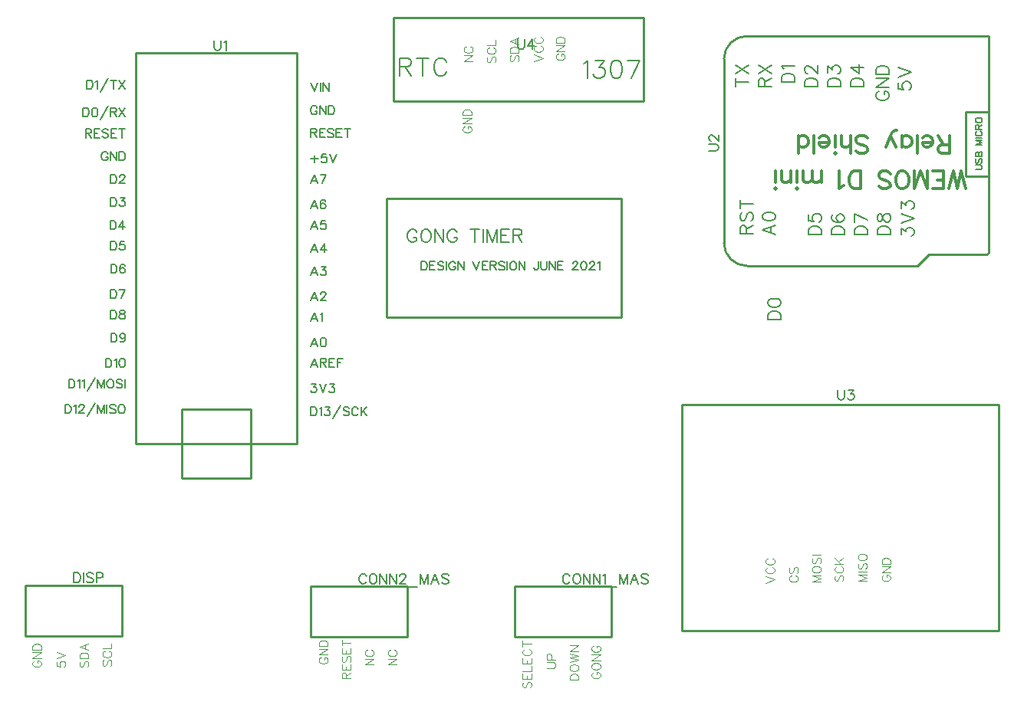
<source format=gto>
G04 Layer: TopSilkLayer*
G04 EasyEDA v6.4.19.5, 2021-06-10T14:33:20+08:00*
G04 9e1f3d37501d475aaa4ecbe86871836b,ce7df3decd3943efa2da757d0dc3e78d,10*
G04 Gerber Generator version 0.2*
G04 Scale: 100 percent, Rotated: No, Reflected: No *
G04 Dimensions in millimeters *
G04 leading zeros omitted , absolute positions ,4 integer and 5 decimal *
%FSLAX45Y45*%
%MOMM*%

%ADD10C,0.2540*%
%ADD19C,0.1000*%
%ADD20C,0.2000*%
%ADD21C,0.1524*%
%ADD22C,0.2032*%
%ADD23C,0.3000*%

%LPD*%
D19*
X7440168Y-9101328D02*
G01*
X7431024Y-9105645D01*
X7422134Y-9114789D01*
X7417561Y-9123934D01*
X7417561Y-9142221D01*
X7422134Y-9151112D01*
X7431024Y-9160255D01*
X7440168Y-9164828D01*
X7453884Y-9169400D01*
X7476490Y-9169400D01*
X7490206Y-9164828D01*
X7499350Y-9160255D01*
X7508493Y-9151112D01*
X7513065Y-9142221D01*
X7513065Y-9123934D01*
X7508493Y-9114789D01*
X7499350Y-9105645D01*
X7490206Y-9101328D01*
X7476490Y-9101328D01*
X7476490Y-9123934D02*
G01*
X7476490Y-9101328D01*
X7417561Y-9043924D02*
G01*
X7422134Y-9053068D01*
X7431024Y-9062212D01*
X7440168Y-9066784D01*
X7453884Y-9071102D01*
X7476490Y-9071102D01*
X7490206Y-9066784D01*
X7499350Y-9062212D01*
X7508493Y-9053068D01*
X7513065Y-9043924D01*
X7513065Y-9025889D01*
X7508493Y-9016745D01*
X7499350Y-9007602D01*
X7490206Y-9003029D01*
X7476490Y-8998458D01*
X7453884Y-8998458D01*
X7440168Y-9003029D01*
X7431024Y-9007602D01*
X7422134Y-9016745D01*
X7417561Y-9025889D01*
X7417561Y-9043924D01*
X7417561Y-8968486D02*
G01*
X7513065Y-8968486D01*
X7417561Y-8968486D02*
G01*
X7513065Y-8904731D01*
X7417561Y-8904731D02*
G01*
X7513065Y-8904731D01*
X7440168Y-8806687D02*
G01*
X7431024Y-8811260D01*
X7422134Y-8820404D01*
X7417561Y-8829294D01*
X7417561Y-8847581D01*
X7422134Y-8856726D01*
X7431024Y-8865870D01*
X7440168Y-8870187D01*
X7453884Y-8874760D01*
X7476490Y-8874760D01*
X7490206Y-8870187D01*
X7499350Y-8865870D01*
X7508493Y-8856726D01*
X7513065Y-8847581D01*
X7513065Y-8829294D01*
X7508493Y-8820404D01*
X7499350Y-8811260D01*
X7490206Y-8806687D01*
X7476490Y-8806687D01*
X7476490Y-8829294D02*
G01*
X7476490Y-8806687D01*
X7176261Y-9182100D02*
G01*
X7271765Y-9182100D01*
X7176261Y-9182100D02*
G01*
X7176261Y-9150350D01*
X7180834Y-9136634D01*
X7189724Y-9127489D01*
X7198868Y-9122918D01*
X7212584Y-9118345D01*
X7235190Y-9118345D01*
X7248906Y-9122918D01*
X7258050Y-9127489D01*
X7267193Y-9136634D01*
X7271765Y-9150350D01*
X7271765Y-9182100D01*
X7176261Y-9061195D02*
G01*
X7180834Y-9070339D01*
X7189724Y-9079484D01*
X7198868Y-9083802D01*
X7212584Y-9088374D01*
X7235190Y-9088374D01*
X7248906Y-9083802D01*
X7258050Y-9079484D01*
X7267193Y-9070339D01*
X7271765Y-9061195D01*
X7271765Y-9042908D01*
X7267193Y-9034018D01*
X7258050Y-9024874D01*
X7248906Y-9020302D01*
X7235190Y-9015729D01*
X7212584Y-9015729D01*
X7198868Y-9020302D01*
X7189724Y-9024874D01*
X7180834Y-9034018D01*
X7176261Y-9042908D01*
X7176261Y-9061195D01*
X7176261Y-8985758D02*
G01*
X7271765Y-8962897D01*
X7176261Y-8940292D02*
G01*
X7271765Y-8962897D01*
X7176261Y-8940292D02*
G01*
X7271765Y-8917431D01*
X7176261Y-8894826D02*
G01*
X7271765Y-8917431D01*
X7176261Y-8864854D02*
G01*
X7271765Y-8864854D01*
X7176261Y-8864854D02*
G01*
X7271765Y-8801100D01*
X7176261Y-8801100D02*
G01*
X7271765Y-8801100D01*
X6922261Y-9055100D02*
G01*
X6990334Y-9055100D01*
X7004050Y-9050528D01*
X7013193Y-9041384D01*
X7017765Y-9027921D01*
X7017765Y-9018778D01*
X7013193Y-9005062D01*
X7004050Y-8995918D01*
X6990334Y-8991345D01*
X6922261Y-8991345D01*
X6922261Y-8961374D02*
G01*
X7017765Y-8961374D01*
X6922261Y-8961374D02*
G01*
X6922261Y-8920479D01*
X6926834Y-8907018D01*
X6931406Y-8902445D01*
X6940295Y-8897874D01*
X6954011Y-8897874D01*
X6963156Y-8902445D01*
X6967727Y-8907018D01*
X6972300Y-8920479D01*
X6972300Y-8961374D01*
X6669024Y-9207245D02*
G01*
X6660134Y-9216389D01*
X6655561Y-9230105D01*
X6655561Y-9248394D01*
X6660134Y-9261855D01*
X6669024Y-9271000D01*
X6678168Y-9271000D01*
X6687311Y-9266428D01*
X6691884Y-9261855D01*
X6696456Y-9252712D01*
X6705600Y-9225534D01*
X6709918Y-9216389D01*
X6714490Y-9211818D01*
X6723634Y-9207245D01*
X6737350Y-9207245D01*
X6746493Y-9216389D01*
X6751065Y-9230105D01*
X6751065Y-9248394D01*
X6746493Y-9261855D01*
X6737350Y-9271000D01*
X6655561Y-9177274D02*
G01*
X6751065Y-9177274D01*
X6655561Y-9177274D02*
G01*
X6655561Y-9118345D01*
X6701027Y-9177274D02*
G01*
X6701027Y-9140952D01*
X6751065Y-9177274D02*
G01*
X6751065Y-9118345D01*
X6655561Y-9088374D02*
G01*
X6751065Y-9088374D01*
X6751065Y-9088374D02*
G01*
X6751065Y-9033763D01*
X6655561Y-9003792D02*
G01*
X6751065Y-9003792D01*
X6655561Y-9003792D02*
G01*
X6655561Y-8944610D01*
X6701027Y-9003792D02*
G01*
X6701027Y-8967470D01*
X6751065Y-9003792D02*
G01*
X6751065Y-8944610D01*
X6678168Y-8846565D02*
G01*
X6669024Y-8850884D01*
X6660134Y-8860028D01*
X6655561Y-8869171D01*
X6655561Y-8887460D01*
X6660134Y-8896350D01*
X6669024Y-8905494D01*
X6678168Y-8910065D01*
X6691884Y-8914637D01*
X6714490Y-8914637D01*
X6728206Y-8910065D01*
X6737350Y-8905494D01*
X6746493Y-8896350D01*
X6751065Y-8887460D01*
X6751065Y-8869171D01*
X6746493Y-8860028D01*
X6737350Y-8850884D01*
X6728206Y-8846565D01*
X6655561Y-8784589D02*
G01*
X6751065Y-8784589D01*
X6655561Y-8816339D02*
G01*
X6655561Y-8752839D01*
X5169661Y-9017000D02*
G01*
X5265165Y-9017000D01*
X5169661Y-9017000D02*
G01*
X5265165Y-8953245D01*
X5169661Y-8953245D02*
G01*
X5265165Y-8953245D01*
X5192268Y-8855202D02*
G01*
X5183124Y-8859774D01*
X5174234Y-8868918D01*
X5169661Y-8877808D01*
X5169661Y-8896095D01*
X5174234Y-8905239D01*
X5183124Y-8914384D01*
X5192268Y-8918702D01*
X5205984Y-8923274D01*
X5228590Y-8923274D01*
X5242306Y-8918702D01*
X5251450Y-8914384D01*
X5260593Y-8905239D01*
X5265165Y-8896095D01*
X5265165Y-8877808D01*
X5260593Y-8868918D01*
X5251450Y-8859774D01*
X5242306Y-8855202D01*
X4915661Y-9017000D02*
G01*
X5011165Y-9017000D01*
X4915661Y-9017000D02*
G01*
X5011165Y-8953245D01*
X4915661Y-8953245D02*
G01*
X5011165Y-8953245D01*
X4938268Y-8855202D02*
G01*
X4929124Y-8859774D01*
X4920234Y-8868918D01*
X4915661Y-8877808D01*
X4915661Y-8896095D01*
X4920234Y-8905239D01*
X4929124Y-8914384D01*
X4938268Y-8918702D01*
X4951984Y-8923274D01*
X4974590Y-8923274D01*
X4988306Y-8918702D01*
X4997450Y-8914384D01*
X5006593Y-8905239D01*
X5011165Y-8896095D01*
X5011165Y-8877808D01*
X5006593Y-8868918D01*
X4997450Y-8859774D01*
X4988306Y-8855202D01*
X4661661Y-9169400D02*
G01*
X4757165Y-9169400D01*
X4661661Y-9169400D02*
G01*
X4661661Y-9128505D01*
X4666234Y-9114789D01*
X4670806Y-9110218D01*
X4679695Y-9105645D01*
X4688840Y-9105645D01*
X4697984Y-9110218D01*
X4702556Y-9114789D01*
X4707127Y-9128505D01*
X4707127Y-9169400D01*
X4707127Y-9137650D02*
G01*
X4757165Y-9105645D01*
X4661661Y-9075674D02*
G01*
X4757165Y-9075674D01*
X4661661Y-9075674D02*
G01*
X4661661Y-9016745D01*
X4707127Y-9075674D02*
G01*
X4707127Y-9039352D01*
X4757165Y-9075674D02*
G01*
X4757165Y-9016745D01*
X4675124Y-8923020D02*
G01*
X4666234Y-8932163D01*
X4661661Y-8945879D01*
X4661661Y-8963913D01*
X4666234Y-8977629D01*
X4675124Y-8986774D01*
X4684268Y-8986774D01*
X4693411Y-8982202D01*
X4697984Y-8977629D01*
X4702556Y-8968486D01*
X4711700Y-8941308D01*
X4716018Y-8932163D01*
X4720590Y-8927592D01*
X4729734Y-8923020D01*
X4743450Y-8923020D01*
X4752593Y-8932163D01*
X4757165Y-8945879D01*
X4757165Y-8963913D01*
X4752593Y-8977629D01*
X4743450Y-8986774D01*
X4661661Y-8893047D02*
G01*
X4757165Y-8893047D01*
X4661661Y-8893047D02*
G01*
X4661661Y-8833865D01*
X4707127Y-8893047D02*
G01*
X4707127Y-8856726D01*
X4757165Y-8893047D02*
G01*
X4757165Y-8833865D01*
X4661661Y-8772144D02*
G01*
X4757165Y-8772144D01*
X4661661Y-8803894D02*
G01*
X4661661Y-8740394D01*
X6017768Y-3068828D02*
G01*
X6008624Y-3073145D01*
X5999734Y-3082289D01*
X5995161Y-3091434D01*
X5995161Y-3109721D01*
X5999734Y-3118612D01*
X6008624Y-3127755D01*
X6017768Y-3132328D01*
X6031484Y-3136900D01*
X6054090Y-3136900D01*
X6067806Y-3132328D01*
X6076950Y-3127755D01*
X6086093Y-3118612D01*
X6090665Y-3109721D01*
X6090665Y-3091434D01*
X6086093Y-3082289D01*
X6076950Y-3073145D01*
X6067806Y-3068828D01*
X6054090Y-3068828D01*
X6054090Y-3091434D02*
G01*
X6054090Y-3068828D01*
X5995161Y-3038602D02*
G01*
X6090665Y-3038602D01*
X5995161Y-3038602D02*
G01*
X6090665Y-2975102D01*
X5995161Y-2975102D02*
G01*
X6090665Y-2975102D01*
X5995161Y-2945129D02*
G01*
X6090665Y-2945129D01*
X5995161Y-2945129D02*
G01*
X5995161Y-2913379D01*
X5999734Y-2899663D01*
X6008624Y-2890520D01*
X6017768Y-2885947D01*
X6031484Y-2881376D01*
X6054090Y-2881376D01*
X6067806Y-2885947D01*
X6076950Y-2890520D01*
X6086093Y-2899663D01*
X6090665Y-2913379D01*
X6090665Y-2945129D01*
X4430268Y-8936228D02*
G01*
X4421124Y-8940545D01*
X4412234Y-8949689D01*
X4407661Y-8958834D01*
X4407661Y-8977121D01*
X4412234Y-8986012D01*
X4421124Y-8995155D01*
X4430268Y-8999728D01*
X4443984Y-9004300D01*
X4466590Y-9004300D01*
X4480306Y-8999728D01*
X4489450Y-8995155D01*
X4498593Y-8986012D01*
X4503165Y-8977121D01*
X4503165Y-8958834D01*
X4498593Y-8949689D01*
X4489450Y-8940545D01*
X4480306Y-8936228D01*
X4466590Y-8936228D01*
X4466590Y-8958834D02*
G01*
X4466590Y-8936228D01*
X4407661Y-8906002D02*
G01*
X4503165Y-8906002D01*
X4407661Y-8906002D02*
G01*
X4503165Y-8842502D01*
X4407661Y-8842502D02*
G01*
X4503165Y-8842502D01*
X4407661Y-8812529D02*
G01*
X4503165Y-8812529D01*
X4407661Y-8812529D02*
G01*
X4407661Y-8780779D01*
X4412234Y-8767063D01*
X4421124Y-8757920D01*
X4430268Y-8753347D01*
X4443984Y-8748776D01*
X4466590Y-8748776D01*
X4480306Y-8753347D01*
X4489450Y-8757920D01*
X4498593Y-8767063D01*
X4503165Y-8780779D01*
X4503165Y-8812529D01*
X2033524Y-8965945D02*
G01*
X2024634Y-8975089D01*
X2020061Y-8988805D01*
X2020061Y-9007094D01*
X2024634Y-9020555D01*
X2033524Y-9029700D01*
X2042668Y-9029700D01*
X2051811Y-9025128D01*
X2056384Y-9020555D01*
X2060956Y-9011412D01*
X2070100Y-8984234D01*
X2074418Y-8975089D01*
X2078990Y-8970518D01*
X2088134Y-8965945D01*
X2101850Y-8965945D01*
X2110993Y-8975089D01*
X2115565Y-8988805D01*
X2115565Y-9007094D01*
X2110993Y-9020555D01*
X2101850Y-9029700D01*
X2042668Y-8867902D02*
G01*
X2033524Y-8872474D01*
X2024634Y-8881618D01*
X2020061Y-8890508D01*
X2020061Y-8908795D01*
X2024634Y-8917939D01*
X2033524Y-8927084D01*
X2042668Y-8931402D01*
X2056384Y-8935974D01*
X2078990Y-8935974D01*
X2092706Y-8931402D01*
X2101850Y-8927084D01*
X2110993Y-8917939D01*
X2115565Y-8908795D01*
X2115565Y-8890508D01*
X2110993Y-8881618D01*
X2101850Y-8872474D01*
X2092706Y-8867902D01*
X2020061Y-8837929D02*
G01*
X2115565Y-8837929D01*
X2115565Y-8837929D02*
G01*
X2115565Y-8783320D01*
X1779523Y-8978645D02*
G01*
X1770634Y-8987789D01*
X1766062Y-9001505D01*
X1766062Y-9019794D01*
X1770634Y-9033255D01*
X1779523Y-9042400D01*
X1788668Y-9042400D01*
X1797812Y-9037828D01*
X1802384Y-9033255D01*
X1806955Y-9024112D01*
X1816100Y-8996934D01*
X1820418Y-8987789D01*
X1824989Y-8983218D01*
X1834134Y-8978645D01*
X1847850Y-8978645D01*
X1856994Y-8987789D01*
X1861565Y-9001505D01*
X1861565Y-9019794D01*
X1856994Y-9033255D01*
X1847850Y-9042400D01*
X1766062Y-8948674D02*
G01*
X1861565Y-8948674D01*
X1766062Y-8948674D02*
G01*
X1766062Y-8916924D01*
X1770634Y-8903208D01*
X1779523Y-8894318D01*
X1788668Y-8889745D01*
X1802384Y-8885174D01*
X1824989Y-8885174D01*
X1838705Y-8889745D01*
X1847850Y-8894318D01*
X1856994Y-8903208D01*
X1861565Y-8916924D01*
X1861565Y-8948674D01*
X1766062Y-8818879D02*
G01*
X1861565Y-8855202D01*
X1766062Y-8818879D02*
G01*
X1861565Y-8782304D01*
X1829562Y-8841486D02*
G01*
X1829562Y-8796020D01*
X1512062Y-8987789D02*
G01*
X1512062Y-9033255D01*
X1552955Y-9037828D01*
X1548384Y-9033255D01*
X1543812Y-9019794D01*
X1543812Y-9006078D01*
X1548384Y-8992362D01*
X1557528Y-8983218D01*
X1570989Y-8978645D01*
X1580134Y-8978645D01*
X1593850Y-8983218D01*
X1602994Y-8992362D01*
X1607565Y-9006078D01*
X1607565Y-9019794D01*
X1602994Y-9033255D01*
X1598421Y-9037828D01*
X1589278Y-9042400D01*
X1512062Y-8948674D02*
G01*
X1607565Y-8912352D01*
X1512062Y-8876029D02*
G01*
X1607565Y-8912352D01*
X1267968Y-8974328D02*
G01*
X1258823Y-8978645D01*
X1249934Y-8987789D01*
X1245362Y-8996934D01*
X1245362Y-9015221D01*
X1249934Y-9024112D01*
X1258823Y-9033255D01*
X1267968Y-9037828D01*
X1281684Y-9042400D01*
X1304289Y-9042400D01*
X1318005Y-9037828D01*
X1327150Y-9033255D01*
X1336294Y-9024112D01*
X1340865Y-9015221D01*
X1340865Y-8996934D01*
X1336294Y-8987789D01*
X1327150Y-8978645D01*
X1318005Y-8974328D01*
X1304289Y-8974328D01*
X1304289Y-8996934D02*
G01*
X1304289Y-8974328D01*
X1245362Y-8944102D02*
G01*
X1340865Y-8944102D01*
X1245362Y-8944102D02*
G01*
X1340865Y-8880602D01*
X1245362Y-8880602D02*
G01*
X1340865Y-8880602D01*
X1245362Y-8850629D02*
G01*
X1340865Y-8850629D01*
X1245362Y-8850629D02*
G01*
X1245362Y-8818879D01*
X1249934Y-8805163D01*
X1258823Y-8796020D01*
X1267968Y-8791447D01*
X1281684Y-8786876D01*
X1304289Y-8786876D01*
X1318005Y-8791447D01*
X1327150Y-8796020D01*
X1336294Y-8805163D01*
X1340865Y-8818879D01*
X1340865Y-8850629D01*
D20*
X5487161Y-4238752D02*
G01*
X5480304Y-4225289D01*
X5466588Y-4211573D01*
X5452872Y-4204715D01*
X5425693Y-4204715D01*
X5411977Y-4211573D01*
X5398515Y-4225289D01*
X5391658Y-4238752D01*
X5384800Y-4259326D01*
X5384800Y-4293362D01*
X5391658Y-4313936D01*
X5398515Y-4327397D01*
X5411977Y-4341113D01*
X5425693Y-4347971D01*
X5452872Y-4347971D01*
X5466588Y-4341113D01*
X5480304Y-4327397D01*
X5487161Y-4313936D01*
X5487161Y-4293362D01*
X5452872Y-4293362D02*
G01*
X5487161Y-4293362D01*
X5573013Y-4204715D02*
G01*
X5559297Y-4211573D01*
X5545836Y-4225289D01*
X5538977Y-4238752D01*
X5532120Y-4259326D01*
X5532120Y-4293362D01*
X5538977Y-4313936D01*
X5545836Y-4327397D01*
X5559297Y-4341113D01*
X5573013Y-4347971D01*
X5600191Y-4347971D01*
X5613908Y-4341113D01*
X5627624Y-4327397D01*
X5634227Y-4313936D01*
X5641086Y-4293362D01*
X5641086Y-4259326D01*
X5634227Y-4238752D01*
X5627624Y-4225289D01*
X5613908Y-4211573D01*
X5600191Y-4204715D01*
X5573013Y-4204715D01*
X5686043Y-4204715D02*
G01*
X5686043Y-4347971D01*
X5686043Y-4204715D02*
G01*
X5781547Y-4347971D01*
X5781547Y-4204715D02*
G01*
X5781547Y-4347971D01*
X5928868Y-4238752D02*
G01*
X5922009Y-4225289D01*
X5908547Y-4211573D01*
X5894831Y-4204715D01*
X5867654Y-4204715D01*
X5853938Y-4211573D01*
X5840222Y-4225289D01*
X5833363Y-4238752D01*
X5826506Y-4259326D01*
X5826506Y-4293362D01*
X5833363Y-4313936D01*
X5840222Y-4327397D01*
X5853938Y-4341113D01*
X5867654Y-4347971D01*
X5894831Y-4347971D01*
X5908547Y-4341113D01*
X5922009Y-4327397D01*
X5928868Y-4313936D01*
X5928868Y-4293362D01*
X5894831Y-4293362D02*
G01*
X5928868Y-4293362D01*
X6126734Y-4204715D02*
G01*
X6126734Y-4347971D01*
X6078981Y-4204715D02*
G01*
X6174231Y-4204715D01*
X6219443Y-4204715D02*
G01*
X6219443Y-4347971D01*
X6264402Y-4204715D02*
G01*
X6264402Y-4347971D01*
X6264402Y-4204715D02*
G01*
X6319011Y-4347971D01*
X6373368Y-4204715D02*
G01*
X6319011Y-4347971D01*
X6373368Y-4204715D02*
G01*
X6373368Y-4347971D01*
X6418325Y-4204715D02*
G01*
X6418325Y-4347971D01*
X6418325Y-4204715D02*
G01*
X6506972Y-4204715D01*
X6418325Y-4273042D02*
G01*
X6472936Y-4273042D01*
X6418325Y-4347971D02*
G01*
X6506972Y-4347971D01*
X6552184Y-4204715D02*
G01*
X6552184Y-4347971D01*
X6552184Y-4204715D02*
G01*
X6613397Y-4204715D01*
X6633972Y-4211573D01*
X6640829Y-4218431D01*
X6647434Y-4231894D01*
X6647434Y-4245610D01*
X6640829Y-4259326D01*
X6633972Y-4266184D01*
X6613397Y-4273042D01*
X6552184Y-4273042D01*
X6599681Y-4273042D02*
G01*
X6647434Y-4347971D01*
X5537200Y-4560062D02*
G01*
X5537200Y-4655565D01*
X5537200Y-4560062D02*
G01*
X5568950Y-4560062D01*
X5582665Y-4564634D01*
X5591809Y-4573523D01*
X5596381Y-4582668D01*
X5600954Y-4596384D01*
X5600954Y-4618989D01*
X5596381Y-4632705D01*
X5591809Y-4641850D01*
X5582665Y-4650994D01*
X5568950Y-4655565D01*
X5537200Y-4655565D01*
X5630925Y-4560062D02*
G01*
X5630925Y-4655565D01*
X5630925Y-4560062D02*
G01*
X5689854Y-4560062D01*
X5630925Y-4605528D02*
G01*
X5667247Y-4605528D01*
X5630925Y-4655565D02*
G01*
X5689854Y-4655565D01*
X5783579Y-4573523D02*
G01*
X5774436Y-4564634D01*
X5760720Y-4560062D01*
X5742686Y-4560062D01*
X5728970Y-4564634D01*
X5719825Y-4573523D01*
X5719825Y-4582668D01*
X5724397Y-4591812D01*
X5728970Y-4596384D01*
X5738113Y-4600955D01*
X5765291Y-4610100D01*
X5774436Y-4614418D01*
X5779008Y-4618989D01*
X5783579Y-4628134D01*
X5783579Y-4641850D01*
X5774436Y-4650994D01*
X5760720Y-4655565D01*
X5742686Y-4655565D01*
X5728970Y-4650994D01*
X5719825Y-4641850D01*
X5813552Y-4560062D02*
G01*
X5813552Y-4655565D01*
X5911850Y-4582668D02*
G01*
X5907277Y-4573523D01*
X5898134Y-4564634D01*
X5888990Y-4560062D01*
X5870956Y-4560062D01*
X5861811Y-4564634D01*
X5852668Y-4573523D01*
X5848095Y-4582668D01*
X5843524Y-4596384D01*
X5843524Y-4618989D01*
X5848095Y-4632705D01*
X5852668Y-4641850D01*
X5861811Y-4650994D01*
X5870956Y-4655565D01*
X5888990Y-4655565D01*
X5898134Y-4650994D01*
X5907277Y-4641850D01*
X5911850Y-4632705D01*
X5911850Y-4618989D01*
X5888990Y-4618989D02*
G01*
X5911850Y-4618989D01*
X5941822Y-4560062D02*
G01*
X5941822Y-4655565D01*
X5941822Y-4560062D02*
G01*
X6005322Y-4655565D01*
X6005322Y-4560062D02*
G01*
X6005322Y-4655565D01*
X6105397Y-4560062D02*
G01*
X6141720Y-4655565D01*
X6178041Y-4560062D02*
G01*
X6141720Y-4655565D01*
X6208013Y-4560062D02*
G01*
X6208013Y-4655565D01*
X6208013Y-4560062D02*
G01*
X6267195Y-4560062D01*
X6208013Y-4605528D02*
G01*
X6244590Y-4605528D01*
X6208013Y-4655565D02*
G01*
X6267195Y-4655565D01*
X6297168Y-4560062D02*
G01*
X6297168Y-4655565D01*
X6297168Y-4560062D02*
G01*
X6338061Y-4560062D01*
X6351777Y-4564634D01*
X6356350Y-4569205D01*
X6360922Y-4578095D01*
X6360922Y-4587239D01*
X6356350Y-4596384D01*
X6351777Y-4600955D01*
X6338061Y-4605528D01*
X6297168Y-4605528D01*
X6328918Y-4605528D02*
G01*
X6360922Y-4655565D01*
X6454393Y-4573523D02*
G01*
X6445504Y-4564634D01*
X6431788Y-4560062D01*
X6413500Y-4560062D01*
X6400038Y-4564634D01*
X6390893Y-4573523D01*
X6390893Y-4582668D01*
X6395465Y-4591812D01*
X6400038Y-4596384D01*
X6408927Y-4600955D01*
X6436359Y-4610100D01*
X6445504Y-4614418D01*
X6449822Y-4618989D01*
X6454393Y-4628134D01*
X6454393Y-4641850D01*
X6445504Y-4650994D01*
X6431788Y-4655565D01*
X6413500Y-4655565D01*
X6400038Y-4650994D01*
X6390893Y-4641850D01*
X6484365Y-4560062D02*
G01*
X6484365Y-4655565D01*
X6541770Y-4560062D02*
G01*
X6532625Y-4564634D01*
X6523481Y-4573523D01*
X6518909Y-4582668D01*
X6514591Y-4596384D01*
X6514591Y-4618989D01*
X6518909Y-4632705D01*
X6523481Y-4641850D01*
X6532625Y-4650994D01*
X6541770Y-4655565D01*
X6559804Y-4655565D01*
X6568947Y-4650994D01*
X6578091Y-4641850D01*
X6582663Y-4632705D01*
X6587236Y-4618989D01*
X6587236Y-4596384D01*
X6582663Y-4582668D01*
X6578091Y-4573523D01*
X6568947Y-4564634D01*
X6559804Y-4560062D01*
X6541770Y-4560062D01*
X6617208Y-4560062D02*
G01*
X6617208Y-4655565D01*
X6617208Y-4560062D02*
G01*
X6680961Y-4655565D01*
X6680961Y-4560062D02*
G01*
X6680961Y-4655565D01*
X6826250Y-4560062D02*
G01*
X6826250Y-4632705D01*
X6821677Y-4646421D01*
X6817106Y-4650994D01*
X6808215Y-4655565D01*
X6799072Y-4655565D01*
X6789927Y-4650994D01*
X6785356Y-4646421D01*
X6780784Y-4632705D01*
X6780784Y-4623562D01*
X6856222Y-4560062D02*
G01*
X6856222Y-4628134D01*
X6860793Y-4641850D01*
X6869938Y-4650994D01*
X6883654Y-4655565D01*
X6892543Y-4655565D01*
X6906259Y-4650994D01*
X6915404Y-4641850D01*
X6919975Y-4628134D01*
X6919975Y-4560062D01*
X6949947Y-4560062D02*
G01*
X6949947Y-4655565D01*
X6949947Y-4560062D02*
G01*
X7013447Y-4655565D01*
X7013447Y-4560062D02*
G01*
X7013447Y-4655565D01*
X7043674Y-4560062D02*
G01*
X7043674Y-4655565D01*
X7043674Y-4560062D02*
G01*
X7102602Y-4560062D01*
X7043674Y-4605528D02*
G01*
X7079995Y-4605528D01*
X7043674Y-4655565D02*
G01*
X7102602Y-4655565D01*
X7207250Y-4582668D02*
G01*
X7207250Y-4578095D01*
X7211822Y-4569205D01*
X7216393Y-4564634D01*
X7225284Y-4560062D01*
X7243572Y-4560062D01*
X7252715Y-4564634D01*
X7257288Y-4569205D01*
X7261859Y-4578095D01*
X7261859Y-4587239D01*
X7257288Y-4596384D01*
X7248143Y-4610100D01*
X7202677Y-4655565D01*
X7266177Y-4655565D01*
X7323581Y-4560062D02*
G01*
X7309865Y-4564634D01*
X7300722Y-4578095D01*
X7296404Y-4600955D01*
X7296404Y-4614418D01*
X7300722Y-4637278D01*
X7309865Y-4650994D01*
X7323581Y-4655565D01*
X7332725Y-4655565D01*
X7346188Y-4650994D01*
X7355331Y-4637278D01*
X7359904Y-4614418D01*
X7359904Y-4600955D01*
X7355331Y-4578095D01*
X7346188Y-4564634D01*
X7332725Y-4560062D01*
X7323581Y-4560062D01*
X7394447Y-4582668D02*
G01*
X7394447Y-4578095D01*
X7399020Y-4569205D01*
X7403591Y-4564634D01*
X7412736Y-4560062D01*
X7430770Y-4560062D01*
X7439913Y-4564634D01*
X7444486Y-4569205D01*
X7449058Y-4578095D01*
X7449058Y-4587239D01*
X7444486Y-4596384D01*
X7435341Y-4610100D01*
X7389875Y-4655565D01*
X7453629Y-4655565D01*
X7483602Y-4578095D02*
G01*
X7492745Y-4573523D01*
X7506208Y-4560062D01*
X7506208Y-4655565D01*
D21*
X6604000Y-2107184D02*
G01*
X6604000Y-2185162D01*
X6609079Y-2200655D01*
X6619493Y-2211070D01*
X6635241Y-2216150D01*
X6645656Y-2216150D01*
X6661150Y-2211070D01*
X6671563Y-2200655D01*
X6676643Y-2185162D01*
X6676643Y-2107184D01*
X6763004Y-2107184D02*
G01*
X6710934Y-2179828D01*
X6788911Y-2179828D01*
X6763004Y-2107184D02*
G01*
X6763004Y-2216150D01*
D22*
X7327900Y-2377186D02*
G01*
X7346441Y-2368042D01*
X7374127Y-2340355D01*
X7374127Y-2534157D01*
X7453629Y-2340355D02*
G01*
X7555229Y-2340355D01*
X7499604Y-2414270D01*
X7527290Y-2414270D01*
X7545831Y-2423413D01*
X7555229Y-2432557D01*
X7564374Y-2460244D01*
X7564374Y-2478786D01*
X7555229Y-2506471D01*
X7536688Y-2525013D01*
X7509002Y-2534157D01*
X7481315Y-2534157D01*
X7453629Y-2525013D01*
X7444231Y-2515870D01*
X7435088Y-2497328D01*
X7680706Y-2340355D02*
G01*
X7653020Y-2349500D01*
X7634477Y-2377186D01*
X7625334Y-2423413D01*
X7625334Y-2451100D01*
X7634477Y-2497328D01*
X7653020Y-2525013D01*
X7680706Y-2534157D01*
X7699247Y-2534157D01*
X7726934Y-2525013D01*
X7745475Y-2497328D01*
X7754620Y-2451100D01*
X7754620Y-2423413D01*
X7745475Y-2377186D01*
X7726934Y-2349500D01*
X7699247Y-2340355D01*
X7680706Y-2340355D01*
X7944865Y-2340355D02*
G01*
X7852409Y-2534157D01*
X7815579Y-2340355D02*
G01*
X7944865Y-2340355D01*
X5295900Y-2314955D02*
G01*
X5295900Y-2508757D01*
X5295900Y-2314955D02*
G01*
X5378958Y-2314955D01*
X5406643Y-2324100D01*
X5416041Y-2333244D01*
X5425186Y-2351786D01*
X5425186Y-2370328D01*
X5416041Y-2388870D01*
X5406643Y-2398013D01*
X5378958Y-2407157D01*
X5295900Y-2407157D01*
X5360670Y-2407157D02*
G01*
X5425186Y-2508757D01*
X5550915Y-2314955D02*
G01*
X5550915Y-2508757D01*
X5486145Y-2314955D02*
G01*
X5615431Y-2314955D01*
X5815075Y-2360929D02*
G01*
X5805677Y-2342642D01*
X5787390Y-2324100D01*
X5768847Y-2314955D01*
X5731763Y-2314955D01*
X5713475Y-2324100D01*
X5694934Y-2342642D01*
X5685790Y-2360929D01*
X5676391Y-2388870D01*
X5676391Y-2434844D01*
X5685790Y-2462529D01*
X5694934Y-2481071D01*
X5713475Y-2499613D01*
X5731763Y-2508757D01*
X5768847Y-2508757D01*
X5787390Y-2499613D01*
X5805677Y-2481071D01*
X5815075Y-2462529D01*
D19*
X6007861Y-2349500D02*
G01*
X6103365Y-2349500D01*
X6007861Y-2349500D02*
G01*
X6103365Y-2285745D01*
X6007861Y-2285745D02*
G01*
X6103365Y-2285745D01*
X6030468Y-2187702D02*
G01*
X6021324Y-2192273D01*
X6012434Y-2201418D01*
X6007861Y-2210307D01*
X6007861Y-2228595D01*
X6012434Y-2237739D01*
X6021324Y-2246884D01*
X6030468Y-2251202D01*
X6044184Y-2255773D01*
X6066790Y-2255773D01*
X6080506Y-2251202D01*
X6089650Y-2246884D01*
X6098793Y-2237739D01*
X6103365Y-2228595D01*
X6103365Y-2210307D01*
X6098793Y-2201418D01*
X6089650Y-2192273D01*
X6080506Y-2187702D01*
X6275324Y-2298445D02*
G01*
X6266434Y-2307589D01*
X6261861Y-2321305D01*
X6261861Y-2339594D01*
X6266434Y-2353055D01*
X6275324Y-2362200D01*
X6284468Y-2362200D01*
X6293611Y-2357628D01*
X6298184Y-2353055D01*
X6302756Y-2343912D01*
X6311900Y-2316734D01*
X6316218Y-2307589D01*
X6320790Y-2303018D01*
X6329934Y-2298445D01*
X6343650Y-2298445D01*
X6352793Y-2307589D01*
X6357365Y-2321305D01*
X6357365Y-2339594D01*
X6352793Y-2353055D01*
X6343650Y-2362200D01*
X6284468Y-2200402D02*
G01*
X6275324Y-2204973D01*
X6266434Y-2214118D01*
X6261861Y-2223007D01*
X6261861Y-2241295D01*
X6266434Y-2250439D01*
X6275324Y-2259584D01*
X6284468Y-2263902D01*
X6298184Y-2268473D01*
X6320790Y-2268473D01*
X6334506Y-2263902D01*
X6343650Y-2259584D01*
X6352793Y-2250439D01*
X6357365Y-2241295D01*
X6357365Y-2223007D01*
X6352793Y-2214118D01*
X6343650Y-2204973D01*
X6334506Y-2200402D01*
X6261861Y-2170429D02*
G01*
X6357365Y-2170429D01*
X6357365Y-2170429D02*
G01*
X6357365Y-2115820D01*
X6529324Y-2285745D02*
G01*
X6520434Y-2294889D01*
X6515861Y-2308605D01*
X6515861Y-2326894D01*
X6520434Y-2340355D01*
X6529324Y-2349500D01*
X6538468Y-2349500D01*
X6547611Y-2344928D01*
X6552184Y-2340355D01*
X6556756Y-2331212D01*
X6565900Y-2304034D01*
X6570218Y-2294889D01*
X6574790Y-2290318D01*
X6583934Y-2285745D01*
X6597650Y-2285745D01*
X6606793Y-2294889D01*
X6611365Y-2308605D01*
X6611365Y-2326894D01*
X6606793Y-2340355D01*
X6597650Y-2349500D01*
X6515861Y-2255773D02*
G01*
X6611365Y-2255773D01*
X6515861Y-2255773D02*
G01*
X6515861Y-2224023D01*
X6520434Y-2210307D01*
X6529324Y-2201418D01*
X6538468Y-2196845D01*
X6552184Y-2192273D01*
X6574790Y-2192273D01*
X6588506Y-2196845D01*
X6597650Y-2201418D01*
X6606793Y-2210307D01*
X6611365Y-2224023D01*
X6611365Y-2255773D01*
X6515861Y-2125979D02*
G01*
X6611365Y-2162302D01*
X6515861Y-2125979D02*
G01*
X6611365Y-2089404D01*
X6579361Y-2148586D02*
G01*
X6579361Y-2103120D01*
X6782561Y-2349500D02*
G01*
X6878065Y-2313178D01*
X6782561Y-2276855D02*
G01*
X6878065Y-2313178D01*
X6805168Y-2178557D02*
G01*
X6796024Y-2183129D01*
X6787134Y-2192273D01*
X6782561Y-2201418D01*
X6782561Y-2219452D01*
X6787134Y-2228595D01*
X6796024Y-2237739D01*
X6805168Y-2242312D01*
X6818884Y-2246884D01*
X6841490Y-2246884D01*
X6855206Y-2242312D01*
X6864350Y-2237739D01*
X6873493Y-2228595D01*
X6878065Y-2219452D01*
X6878065Y-2201418D01*
X6873493Y-2192273D01*
X6864350Y-2183129D01*
X6855206Y-2178557D01*
X6805168Y-2080513D02*
G01*
X6796024Y-2084831D01*
X6787134Y-2093976D01*
X6782561Y-2103120D01*
X6782561Y-2121407D01*
X6787134Y-2130297D01*
X6796024Y-2139442D01*
X6805168Y-2144013D01*
X6818884Y-2148586D01*
X6841490Y-2148586D01*
X6855206Y-2144013D01*
X6864350Y-2139442D01*
X6873493Y-2130297D01*
X6878065Y-2121407D01*
X6878065Y-2103120D01*
X6873493Y-2093976D01*
X6864350Y-2084831D01*
X6855206Y-2080513D01*
X7046468Y-2268728D02*
G01*
X7037324Y-2273045D01*
X7028434Y-2282189D01*
X7023861Y-2291334D01*
X7023861Y-2309621D01*
X7028434Y-2318512D01*
X7037324Y-2327655D01*
X7046468Y-2332228D01*
X7060184Y-2336800D01*
X7082790Y-2336800D01*
X7096506Y-2332228D01*
X7105650Y-2327655D01*
X7114793Y-2318512D01*
X7119365Y-2309621D01*
X7119365Y-2291334D01*
X7114793Y-2282189D01*
X7105650Y-2273045D01*
X7096506Y-2268728D01*
X7082790Y-2268728D01*
X7082790Y-2291334D02*
G01*
X7082790Y-2268728D01*
X7023861Y-2238502D02*
G01*
X7119365Y-2238502D01*
X7023861Y-2238502D02*
G01*
X7119365Y-2175002D01*
X7023861Y-2175002D02*
G01*
X7119365Y-2175002D01*
X7023861Y-2145029D02*
G01*
X7119365Y-2145029D01*
X7023861Y-2145029D02*
G01*
X7023861Y-2113279D01*
X7028434Y-2099563D01*
X7037324Y-2090420D01*
X7046468Y-2085847D01*
X7060184Y-2081276D01*
X7082790Y-2081276D01*
X7096506Y-2085847D01*
X7105650Y-2090420D01*
X7114793Y-2099563D01*
X7119365Y-2113279D01*
X7119365Y-2145029D01*
X9339163Y-8111398D02*
G01*
X9434667Y-8075076D01*
X9339163Y-8038754D02*
G01*
X9434667Y-8075076D01*
X9361769Y-7940456D02*
G01*
X9352625Y-7945028D01*
X9343735Y-7954172D01*
X9339163Y-7963316D01*
X9339163Y-7981350D01*
X9343735Y-7990494D01*
X9352625Y-7999638D01*
X9361769Y-8004210D01*
X9375485Y-8008782D01*
X9398091Y-8008782D01*
X9411807Y-8004210D01*
X9420951Y-7999638D01*
X9430095Y-7990494D01*
X9434667Y-7981350D01*
X9434667Y-7963316D01*
X9430095Y-7954172D01*
X9420951Y-7945028D01*
X9411807Y-7940456D01*
X9361769Y-7842412D02*
G01*
X9352625Y-7846730D01*
X9343735Y-7855874D01*
X9339163Y-7865018D01*
X9339163Y-7883306D01*
X9343735Y-7892196D01*
X9352625Y-7901340D01*
X9361769Y-7905912D01*
X9375485Y-7910484D01*
X9398091Y-7910484D01*
X9411807Y-7905912D01*
X9420951Y-7901340D01*
X9430095Y-7892196D01*
X9434667Y-7883306D01*
X9434667Y-7865018D01*
X9430095Y-7855874D01*
X9420951Y-7846730D01*
X9411807Y-7842412D01*
X9620250Y-8034528D02*
G01*
X9611106Y-8038845D01*
X9601961Y-8047989D01*
X9597390Y-8057134D01*
X9597390Y-8075421D01*
X9601961Y-8084312D01*
X9611106Y-8093455D01*
X9620250Y-8098028D01*
X9633711Y-8102600D01*
X9656572Y-8102600D01*
X9670288Y-8098028D01*
X9679177Y-8093455D01*
X9688322Y-8084312D01*
X9692893Y-8075421D01*
X9692893Y-8057134D01*
X9688322Y-8047989D01*
X9679177Y-8038845D01*
X9670288Y-8034528D01*
X9611106Y-7940802D02*
G01*
X9601961Y-7949945D01*
X9597390Y-7963408D01*
X9597390Y-7981695D01*
X9601961Y-7995412D01*
X9611106Y-8004302D01*
X9620250Y-8004302D01*
X9629393Y-7999984D01*
X9633711Y-7995412D01*
X9638284Y-7986268D01*
X9647427Y-7959089D01*
X9652000Y-7949945D01*
X9656572Y-7945373D01*
X9665715Y-7940802D01*
X9679177Y-7940802D01*
X9688322Y-7949945D01*
X9692893Y-7963408D01*
X9692893Y-7981695D01*
X9688322Y-7995412D01*
X9679177Y-8004302D01*
X9851390Y-8102600D02*
G01*
X9946893Y-8102600D01*
X9851390Y-8102600D02*
G01*
X9946893Y-8066278D01*
X9851390Y-8029955D02*
G01*
X9946893Y-8066278D01*
X9851390Y-8029955D02*
G01*
X9946893Y-8029955D01*
X9851390Y-7972552D02*
G01*
X9855961Y-7981695D01*
X9865106Y-7990839D01*
X9874250Y-7995412D01*
X9887711Y-7999984D01*
X9910572Y-7999984D01*
X9924288Y-7995412D01*
X9933177Y-7990839D01*
X9942322Y-7981695D01*
X9946893Y-7972552D01*
X9946893Y-7954518D01*
X9942322Y-7945373D01*
X9933177Y-7936229D01*
X9924288Y-7931658D01*
X9910572Y-7927086D01*
X9887711Y-7927086D01*
X9874250Y-7931658D01*
X9865106Y-7936229D01*
X9855961Y-7945373D01*
X9851390Y-7954518D01*
X9851390Y-7972552D01*
X9865106Y-7833613D02*
G01*
X9855961Y-7842504D01*
X9851390Y-7856220D01*
X9851390Y-7874508D01*
X9855961Y-7887970D01*
X9865106Y-7897113D01*
X9874250Y-7897113D01*
X9883393Y-7892542D01*
X9887711Y-7887970D01*
X9892284Y-7879079D01*
X9901427Y-7851647D01*
X9906000Y-7842504D01*
X9910572Y-7837931D01*
X9919715Y-7833613D01*
X9933177Y-7833613D01*
X9942322Y-7842504D01*
X9946893Y-7856220D01*
X9946893Y-7874508D01*
X9942322Y-7887970D01*
X9933177Y-7897113D01*
X9851390Y-7803387D02*
G01*
X9946893Y-7803387D01*
X10112623Y-8027644D02*
G01*
X10103733Y-8036788D01*
X10099161Y-8050504D01*
X10099161Y-8068792D01*
X10103733Y-8082254D01*
X10112623Y-8091398D01*
X10121767Y-8091398D01*
X10130911Y-8086826D01*
X10135483Y-8082254D01*
X10140055Y-8073110D01*
X10149199Y-8045932D01*
X10153517Y-8036788D01*
X10158089Y-8032216D01*
X10167233Y-8027644D01*
X10180949Y-8027644D01*
X10190093Y-8036788D01*
X10194665Y-8050504D01*
X10194665Y-8068792D01*
X10190093Y-8082254D01*
X10180949Y-8091398D01*
X10121767Y-7929600D02*
G01*
X10112623Y-7934172D01*
X10103733Y-7943316D01*
X10099161Y-7952206D01*
X10099161Y-7970494D01*
X10103733Y-7979638D01*
X10112623Y-7988782D01*
X10121767Y-7993100D01*
X10135483Y-7997672D01*
X10158089Y-7997672D01*
X10171805Y-7993100D01*
X10180949Y-7988782D01*
X10190093Y-7979638D01*
X10194665Y-7970494D01*
X10194665Y-7952206D01*
X10190093Y-7943316D01*
X10180949Y-7934172D01*
X10171805Y-7929600D01*
X10099161Y-7899628D02*
G01*
X10194665Y-7899628D01*
X10099161Y-7835874D02*
G01*
X10162661Y-7899628D01*
X10140055Y-7876768D02*
G01*
X10194665Y-7835874D01*
X10359161Y-8091398D02*
G01*
X10454665Y-8091398D01*
X10359161Y-8091398D02*
G01*
X10454665Y-8055076D01*
X10359161Y-8018754D02*
G01*
X10454665Y-8055076D01*
X10359161Y-8018754D02*
G01*
X10454665Y-8018754D01*
X10359161Y-7988782D02*
G01*
X10454665Y-7988782D01*
X10372623Y-7895056D02*
G01*
X10363733Y-7904200D01*
X10359161Y-7917662D01*
X10359161Y-7935950D01*
X10363733Y-7949666D01*
X10372623Y-7958556D01*
X10381767Y-7958556D01*
X10390911Y-7954238D01*
X10395483Y-7949666D01*
X10400055Y-7940522D01*
X10409199Y-7913090D01*
X10413517Y-7904200D01*
X10418089Y-7899628D01*
X10427233Y-7895056D01*
X10440949Y-7895056D01*
X10450093Y-7904200D01*
X10454665Y-7917662D01*
X10454665Y-7935950D01*
X10450093Y-7949666D01*
X10440949Y-7958556D01*
X10359161Y-7837652D02*
G01*
X10363733Y-7846796D01*
X10372623Y-7855940D01*
X10381767Y-7860512D01*
X10395483Y-7865084D01*
X10418089Y-7865084D01*
X10431805Y-7860512D01*
X10440949Y-7855940D01*
X10450093Y-7846796D01*
X10454665Y-7837652D01*
X10454665Y-7819618D01*
X10450093Y-7810474D01*
X10440949Y-7801330D01*
X10431805Y-7796758D01*
X10418089Y-7792186D01*
X10395483Y-7792186D01*
X10381767Y-7796758D01*
X10372623Y-7801330D01*
X10363733Y-7810474D01*
X10359161Y-7819618D01*
X10359161Y-7837652D01*
X10641766Y-8023326D02*
G01*
X10632622Y-8027644D01*
X10623732Y-8036788D01*
X10619160Y-8045932D01*
X10619160Y-8064220D01*
X10623732Y-8073110D01*
X10632622Y-8082254D01*
X10641766Y-8086826D01*
X10655482Y-8091398D01*
X10678088Y-8091398D01*
X10691804Y-8086826D01*
X10700948Y-8082254D01*
X10710092Y-8073110D01*
X10714664Y-8064220D01*
X10714664Y-8045932D01*
X10710092Y-8036788D01*
X10700948Y-8027644D01*
X10691804Y-8023326D01*
X10678088Y-8023326D01*
X10678088Y-8045932D02*
G01*
X10678088Y-8023326D01*
X10619160Y-7993100D02*
G01*
X10714664Y-7993100D01*
X10619160Y-7993100D02*
G01*
X10714664Y-7929600D01*
X10619160Y-7929600D02*
G01*
X10714664Y-7929600D01*
X10619160Y-7899628D02*
G01*
X10714664Y-7899628D01*
X10619160Y-7899628D02*
G01*
X10619160Y-7867878D01*
X10623732Y-7854162D01*
X10632622Y-7845018D01*
X10641766Y-7840446D01*
X10655482Y-7835874D01*
X10678088Y-7835874D01*
X10691804Y-7840446D01*
X10700948Y-7845018D01*
X10710092Y-7854162D01*
X10714664Y-7867878D01*
X10714664Y-7899628D01*
D21*
X10134600Y-5980684D02*
G01*
X10134600Y-6058662D01*
X10139679Y-6074155D01*
X10150093Y-6084570D01*
X10165841Y-6089650D01*
X10176256Y-6089650D01*
X10191750Y-6084570D01*
X10202163Y-6074155D01*
X10207243Y-6058662D01*
X10207243Y-5980684D01*
X10251947Y-5980684D02*
G01*
X10309097Y-5980684D01*
X10278109Y-6022339D01*
X10293604Y-6022339D01*
X10304018Y-6027420D01*
X10309097Y-6032500D01*
X10314431Y-6048247D01*
X10314431Y-6058662D01*
X10309097Y-6074155D01*
X10298684Y-6084570D01*
X10283190Y-6089650D01*
X10267695Y-6089650D01*
X10251947Y-6084570D01*
X10246868Y-6079489D01*
X10241534Y-6069076D01*
X8711184Y-3340100D02*
G01*
X8789161Y-3340100D01*
X8804656Y-3335020D01*
X8815070Y-3324605D01*
X8820150Y-3308857D01*
X8820150Y-3298444D01*
X8815070Y-3282950D01*
X8804656Y-3272536D01*
X8789161Y-3267455D01*
X8711184Y-3267455D01*
X8737091Y-3227831D02*
G01*
X8732011Y-3227831D01*
X8721597Y-3222752D01*
X8716263Y-3217418D01*
X8711184Y-3207004D01*
X8711184Y-3186429D01*
X8716263Y-3176015D01*
X8721597Y-3170681D01*
X8732011Y-3165602D01*
X8742425Y-3165602D01*
X8752840Y-3170681D01*
X8768334Y-3181095D01*
X8820150Y-3233165D01*
X8820150Y-3160268D01*
D20*
X9055102Y-4254500D02*
G01*
X9198358Y-4254500D01*
X9055102Y-4254500D02*
G01*
X9055102Y-4193031D01*
X9061960Y-4172712D01*
X9068818Y-4165854D01*
X9082280Y-4158995D01*
X9095996Y-4158995D01*
X9109712Y-4165854D01*
X9116316Y-4172712D01*
X9123174Y-4193031D01*
X9123174Y-4254500D01*
X9123174Y-4206747D02*
G01*
X9198358Y-4158995D01*
X9075422Y-4018534D02*
G01*
X9061960Y-4032250D01*
X9055102Y-4052570D01*
X9055102Y-4080002D01*
X9061960Y-4100321D01*
X9075422Y-4114037D01*
X9089138Y-4114037D01*
X9102854Y-4107179D01*
X9109712Y-4100321D01*
X9116316Y-4086860D01*
X9130032Y-4045965D01*
X9136890Y-4032250D01*
X9143748Y-4025392D01*
X9157464Y-4018534D01*
X9177784Y-4018534D01*
X9191500Y-4032250D01*
X9198358Y-4052570D01*
X9198358Y-4080002D01*
X9191500Y-4100321D01*
X9177784Y-4114037D01*
X9055102Y-3925823D02*
G01*
X9198358Y-3925823D01*
X9055102Y-3973576D02*
G01*
X9055102Y-3878071D01*
X9300974Y-4212589D02*
G01*
X9444230Y-4267200D01*
X9300974Y-4212589D02*
G01*
X9444230Y-4158234D01*
X9396478Y-4246626D02*
G01*
X9396478Y-4178554D01*
X9300974Y-4072128D02*
G01*
X9307832Y-4092702D01*
X9328152Y-4106163D01*
X9362188Y-4113021D01*
X9382762Y-4113021D01*
X9416798Y-4106163D01*
X9437372Y-4092702D01*
X9444230Y-4072128D01*
X9444230Y-4058665D01*
X9437372Y-4038092D01*
X9416798Y-4024376D01*
X9382762Y-4017771D01*
X9362188Y-4017771D01*
X9328152Y-4024376D01*
X9307832Y-4038092D01*
X9300974Y-4058665D01*
X9300974Y-4072128D01*
X9361934Y-5207000D02*
G01*
X9505190Y-5207000D01*
X9361934Y-5207000D02*
G01*
X9361934Y-5159247D01*
X9368792Y-5138928D01*
X9382254Y-5125212D01*
X9395970Y-5118354D01*
X9416544Y-5111495D01*
X9450580Y-5111495D01*
X9470900Y-5118354D01*
X9484616Y-5125212D01*
X9498332Y-5138928D01*
X9505190Y-5159247D01*
X9505190Y-5207000D01*
X9361934Y-5025644D02*
G01*
X9368792Y-5045963D01*
X9389112Y-5059679D01*
X9423148Y-5066537D01*
X9443722Y-5066537D01*
X9477758Y-5059679D01*
X9498332Y-5045963D01*
X9505190Y-5025644D01*
X9505190Y-5011928D01*
X9498332Y-4991607D01*
X9477758Y-4977892D01*
X9443722Y-4971034D01*
X9423148Y-4971034D01*
X9389112Y-4977892D01*
X9368792Y-4991607D01*
X9361934Y-5011928D01*
X9361934Y-5025644D01*
X9808974Y-4267200D02*
G01*
X9952230Y-4267200D01*
X9808974Y-4267200D02*
G01*
X9808974Y-4219447D01*
X9815832Y-4199128D01*
X9829294Y-4185412D01*
X9843010Y-4178554D01*
X9863584Y-4171695D01*
X9897620Y-4171695D01*
X9917940Y-4178554D01*
X9931656Y-4185412D01*
X9945372Y-4199128D01*
X9952230Y-4219447D01*
X9952230Y-4267200D01*
X9808974Y-4044950D02*
G01*
X9808974Y-4113021D01*
X9870188Y-4119879D01*
X9863584Y-4113021D01*
X9856726Y-4092702D01*
X9856726Y-4072128D01*
X9863584Y-4051807D01*
X9877046Y-4038092D01*
X9897620Y-4031234D01*
X9911336Y-4031234D01*
X9931656Y-4038092D01*
X9945372Y-4051807D01*
X9952230Y-4072128D01*
X9952230Y-4092702D01*
X9945372Y-4113021D01*
X9938514Y-4119879D01*
X9924798Y-4126737D01*
X10062974Y-4267200D02*
G01*
X10206230Y-4267200D01*
X10062974Y-4267200D02*
G01*
X10062974Y-4219447D01*
X10069832Y-4199128D01*
X10083294Y-4185412D01*
X10097010Y-4178554D01*
X10117584Y-4171695D01*
X10151620Y-4171695D01*
X10171940Y-4178554D01*
X10185656Y-4185412D01*
X10199372Y-4199128D01*
X10206230Y-4219447D01*
X10206230Y-4267200D01*
X10083294Y-4044950D02*
G01*
X10069832Y-4051807D01*
X10062974Y-4072128D01*
X10062974Y-4085844D01*
X10069832Y-4106163D01*
X10090152Y-4119879D01*
X10124188Y-4126737D01*
X10158478Y-4126737D01*
X10185656Y-4119879D01*
X10199372Y-4106163D01*
X10206230Y-4085844D01*
X10206230Y-4078986D01*
X10199372Y-4058665D01*
X10185656Y-4044950D01*
X10165336Y-4038092D01*
X10158478Y-4038092D01*
X10137904Y-4044950D01*
X10124188Y-4058665D01*
X10117584Y-4078986D01*
X10117584Y-4085844D01*
X10124188Y-4106163D01*
X10137904Y-4119879D01*
X10158478Y-4126737D01*
X10316974Y-4267200D02*
G01*
X10460230Y-4267200D01*
X10316974Y-4267200D02*
G01*
X10316974Y-4219447D01*
X10323832Y-4199128D01*
X10337294Y-4185412D01*
X10351010Y-4178554D01*
X10371584Y-4171695D01*
X10405620Y-4171695D01*
X10425940Y-4178554D01*
X10439656Y-4185412D01*
X10453372Y-4199128D01*
X10460230Y-4219447D01*
X10460230Y-4267200D01*
X10316974Y-4031234D02*
G01*
X10460230Y-4099560D01*
X10316974Y-4126737D02*
G01*
X10316974Y-4031234D01*
X10570974Y-4267200D02*
G01*
X10714230Y-4267200D01*
X10570974Y-4267200D02*
G01*
X10570974Y-4219447D01*
X10577832Y-4199128D01*
X10591294Y-4185412D01*
X10605010Y-4178554D01*
X10625584Y-4171695D01*
X10659620Y-4171695D01*
X10679940Y-4178554D01*
X10693656Y-4185412D01*
X10707372Y-4199128D01*
X10714230Y-4219447D01*
X10714230Y-4267200D01*
X10570974Y-4092702D02*
G01*
X10577832Y-4113021D01*
X10591294Y-4119879D01*
X10605010Y-4119879D01*
X10618726Y-4113021D01*
X10625584Y-4099560D01*
X10632188Y-4072128D01*
X10639046Y-4051807D01*
X10652762Y-4038092D01*
X10666478Y-4031234D01*
X10686798Y-4031234D01*
X10700514Y-4038092D01*
X10707372Y-4044950D01*
X10714230Y-4065270D01*
X10714230Y-4092702D01*
X10707372Y-4113021D01*
X10700514Y-4119879D01*
X10686798Y-4126737D01*
X10666478Y-4126737D01*
X10652762Y-4119879D01*
X10639046Y-4106163D01*
X10632188Y-4085844D01*
X10625584Y-4058665D01*
X10618726Y-4044950D01*
X10605010Y-4038092D01*
X10591294Y-4038092D01*
X10577832Y-4044950D01*
X10570974Y-4065270D01*
X10570974Y-4092702D01*
X10833102Y-4266184D02*
G01*
X10833102Y-4191254D01*
X10887712Y-4232147D01*
X10887712Y-4211828D01*
X10894316Y-4198112D01*
X10901174Y-4191254D01*
X10921748Y-4184395D01*
X10935464Y-4184395D01*
X10955784Y-4191254D01*
X10969500Y-4204970D01*
X10976358Y-4225289D01*
X10976358Y-4245863D01*
X10969500Y-4266184D01*
X10962642Y-4273042D01*
X10948926Y-4279900D01*
X10833102Y-4139437D02*
G01*
X10976358Y-4084828D01*
X10833102Y-4030471D02*
G01*
X10976358Y-4084828D01*
X10833102Y-3971797D02*
G01*
X10833102Y-3896613D01*
X10887712Y-3937507D01*
X10887712Y-3917187D01*
X10894316Y-3903471D01*
X10901174Y-3896613D01*
X10921748Y-3890010D01*
X10935464Y-3890010D01*
X10955784Y-3896613D01*
X10969500Y-3910329D01*
X10976358Y-3930904D01*
X10976358Y-3951223D01*
X10969500Y-3971797D01*
X10962642Y-3978655D01*
X10948926Y-3985260D01*
X10799572Y-2585212D02*
G01*
X10799572Y-2653284D01*
X10860786Y-2660142D01*
X10854181Y-2653284D01*
X10847324Y-2632963D01*
X10847324Y-2612389D01*
X10854181Y-2592070D01*
X10867643Y-2578354D01*
X10888218Y-2571495D01*
X10901934Y-2571495D01*
X10922254Y-2578354D01*
X10935970Y-2592070D01*
X10942827Y-2612389D01*
X10942827Y-2632963D01*
X10935970Y-2653284D01*
X10929111Y-2660142D01*
X10915395Y-2667000D01*
X10799572Y-2526537D02*
G01*
X10942827Y-2471928D01*
X10799572Y-2417571D02*
G01*
X10942827Y-2471928D01*
X10589768Y-2678937D02*
G01*
X10576052Y-2685795D01*
X10562590Y-2699512D01*
X10555731Y-2713228D01*
X10555731Y-2740405D01*
X10562590Y-2754121D01*
X10576052Y-2767584D01*
X10589768Y-2774442D01*
X10610341Y-2781300D01*
X10644377Y-2781300D01*
X10664697Y-2774442D01*
X10678413Y-2767584D01*
X10692129Y-2754121D01*
X10698988Y-2740405D01*
X10698988Y-2713228D01*
X10692129Y-2699512D01*
X10678413Y-2685795D01*
X10664697Y-2678937D01*
X10644377Y-2678937D01*
X10644377Y-2713228D02*
G01*
X10644377Y-2678937D01*
X10555731Y-2633979D02*
G01*
X10698988Y-2633979D01*
X10555731Y-2633979D02*
G01*
X10698988Y-2538476D01*
X10555731Y-2538476D02*
G01*
X10698988Y-2538476D01*
X10555731Y-2493518D02*
G01*
X10698988Y-2493518D01*
X10555731Y-2493518D02*
G01*
X10555731Y-2445765D01*
X10562590Y-2425445D01*
X10576052Y-2411729D01*
X10589768Y-2404871D01*
X10610341Y-2398013D01*
X10644377Y-2398013D01*
X10664697Y-2404871D01*
X10678413Y-2411729D01*
X10692129Y-2425445D01*
X10698988Y-2445765D01*
X10698988Y-2493518D01*
X10274300Y-2628900D02*
G01*
X10417556Y-2628900D01*
X10274300Y-2628900D02*
G01*
X10274300Y-2581147D01*
X10281158Y-2560828D01*
X10294874Y-2547112D01*
X10308336Y-2540254D01*
X10328909Y-2533395D01*
X10362945Y-2533395D01*
X10383265Y-2540254D01*
X10396981Y-2547112D01*
X10410697Y-2560828D01*
X10417556Y-2581147D01*
X10417556Y-2628900D01*
X10274300Y-2420365D02*
G01*
X10369804Y-2488437D01*
X10369804Y-2386076D01*
X10274300Y-2420365D02*
G01*
X10417556Y-2420365D01*
X10020300Y-2628900D02*
G01*
X10163556Y-2628900D01*
X10020300Y-2628900D02*
G01*
X10020300Y-2581147D01*
X10027158Y-2560828D01*
X10040874Y-2547112D01*
X10054336Y-2540254D01*
X10074909Y-2533395D01*
X10108945Y-2533395D01*
X10129265Y-2540254D01*
X10142981Y-2547112D01*
X10156697Y-2560828D01*
X10163556Y-2581147D01*
X10163556Y-2628900D01*
X10020300Y-2474721D02*
G01*
X10020300Y-2399792D01*
X10074909Y-2440686D01*
X10074909Y-2420365D01*
X10081768Y-2406650D01*
X10088372Y-2399792D01*
X10108945Y-2392934D01*
X10122661Y-2392934D01*
X10142981Y-2399792D01*
X10156697Y-2413507D01*
X10163556Y-2433828D01*
X10163556Y-2454402D01*
X10156697Y-2474721D01*
X10149840Y-2481579D01*
X10136124Y-2488437D01*
X9766300Y-2628900D02*
G01*
X9909556Y-2628900D01*
X9766300Y-2628900D02*
G01*
X9766300Y-2581147D01*
X9773158Y-2560828D01*
X9786874Y-2547112D01*
X9800336Y-2540254D01*
X9820909Y-2533395D01*
X9854945Y-2533395D01*
X9875265Y-2540254D01*
X9888981Y-2547112D01*
X9902697Y-2560828D01*
X9909556Y-2581147D01*
X9909556Y-2628900D01*
X9800336Y-2481579D02*
G01*
X9793477Y-2481579D01*
X9780015Y-2474721D01*
X9773158Y-2467863D01*
X9766300Y-2454402D01*
X9766300Y-2426970D01*
X9773158Y-2413507D01*
X9780015Y-2406650D01*
X9793477Y-2399792D01*
X9807193Y-2399792D01*
X9820909Y-2406650D01*
X9841229Y-2420365D01*
X9909556Y-2488437D01*
X9909556Y-2392934D01*
X9514306Y-2578100D02*
G01*
X9657562Y-2578100D01*
X9514306Y-2578100D02*
G01*
X9514306Y-2530347D01*
X9521164Y-2510028D01*
X9534880Y-2496312D01*
X9548342Y-2489454D01*
X9568916Y-2482595D01*
X9602952Y-2482595D01*
X9623272Y-2489454D01*
X9636988Y-2496312D01*
X9650704Y-2510028D01*
X9657562Y-2530347D01*
X9657562Y-2578100D01*
X9541484Y-2437637D02*
G01*
X9534880Y-2423921D01*
X9514306Y-2403602D01*
X9657562Y-2403602D01*
X9258300Y-2628900D02*
G01*
X9401556Y-2628900D01*
X9258300Y-2628900D02*
G01*
X9258300Y-2567431D01*
X9265158Y-2547112D01*
X9272015Y-2540254D01*
X9285477Y-2533395D01*
X9299193Y-2533395D01*
X9312909Y-2540254D01*
X9319768Y-2547112D01*
X9326372Y-2567431D01*
X9326372Y-2628900D01*
X9326372Y-2581147D02*
G01*
X9401556Y-2533395D01*
X9258300Y-2488437D02*
G01*
X9401556Y-2392934D01*
X9258300Y-2392934D02*
G01*
X9401556Y-2488437D01*
X9004300Y-2581147D02*
G01*
X9147556Y-2581147D01*
X9004300Y-2628900D02*
G01*
X9004300Y-2533395D01*
X9004300Y-2488437D02*
G01*
X9147556Y-2392934D01*
X9004300Y-2392934D02*
G01*
X9147556Y-2488437D01*
D23*
X11543284Y-3753868D02*
G01*
X11497818Y-3563114D01*
X11452352Y-3753868D02*
G01*
X11497818Y-3563114D01*
X11452352Y-3753868D02*
G01*
X11406886Y-3563114D01*
X11361420Y-3753868D02*
G01*
X11406886Y-3563114D01*
X11301475Y-3753868D02*
G01*
X11301475Y-3563114D01*
X11301475Y-3753868D02*
G01*
X11183365Y-3753868D01*
X11301475Y-3663190D02*
G01*
X11228831Y-3663190D01*
X11301475Y-3563114D02*
G01*
X11183365Y-3563114D01*
X11123168Y-3753868D02*
G01*
X11123168Y-3563114D01*
X11123168Y-3753868D02*
G01*
X11050524Y-3563114D01*
X10977879Y-3753868D02*
G01*
X11050524Y-3563114D01*
X10977879Y-3753868D02*
G01*
X10977879Y-3563114D01*
X10863325Y-3753868D02*
G01*
X10881359Y-3744978D01*
X10899647Y-3726690D01*
X10908791Y-3708656D01*
X10917936Y-3681224D01*
X10917936Y-3635758D01*
X10908791Y-3608580D01*
X10899647Y-3590292D01*
X10881359Y-3572258D01*
X10863325Y-3563114D01*
X10827004Y-3563114D01*
X10808715Y-3572258D01*
X10790681Y-3590292D01*
X10781538Y-3608580D01*
X10772393Y-3635758D01*
X10772393Y-3681224D01*
X10781538Y-3708656D01*
X10790681Y-3726690D01*
X10808715Y-3744978D01*
X10827004Y-3753868D01*
X10863325Y-3753868D01*
X10585195Y-3726690D02*
G01*
X10603229Y-3744978D01*
X10630661Y-3753868D01*
X10666984Y-3753868D01*
X10694161Y-3744978D01*
X10712450Y-3726690D01*
X10712450Y-3708656D01*
X10703306Y-3690368D01*
X10694161Y-3681224D01*
X10676127Y-3672080D01*
X10621518Y-3654046D01*
X10603229Y-3644902D01*
X10594086Y-3635758D01*
X10585195Y-3617724D01*
X10585195Y-3590292D01*
X10603229Y-3572258D01*
X10630661Y-3563114D01*
X10666984Y-3563114D01*
X10694161Y-3572258D01*
X10712450Y-3590292D01*
X10385043Y-3753868D02*
G01*
X10385043Y-3563114D01*
X10385043Y-3753868D02*
G01*
X10321543Y-3753868D01*
X10294111Y-3744978D01*
X10276077Y-3726690D01*
X10266934Y-3708656D01*
X10257790Y-3681224D01*
X10257790Y-3635758D01*
X10266934Y-3608580D01*
X10276077Y-3590292D01*
X10294111Y-3572258D01*
X10321543Y-3563114D01*
X10385043Y-3563114D01*
X10197845Y-3717546D02*
G01*
X10179558Y-3726690D01*
X10152379Y-3753868D01*
X10152379Y-3563114D01*
X9952481Y-3690368D02*
G01*
X9952481Y-3563114D01*
X9952481Y-3654046D02*
G01*
X9925050Y-3681224D01*
X9907015Y-3690368D01*
X9879584Y-3690368D01*
X9861550Y-3681224D01*
X9852406Y-3654046D01*
X9852406Y-3563114D01*
X9852406Y-3654046D02*
G01*
X9825227Y-3681224D01*
X9806940Y-3690368D01*
X9779761Y-3690368D01*
X9761474Y-3681224D01*
X9752329Y-3654046D01*
X9752329Y-3563114D01*
X9692386Y-3753868D02*
G01*
X9683241Y-3744978D01*
X9674097Y-3753868D01*
X9683241Y-3763012D01*
X9692386Y-3753868D01*
X9683241Y-3690368D02*
G01*
X9683241Y-3563114D01*
X9614154Y-3690368D02*
G01*
X9614154Y-3563114D01*
X9614154Y-3654046D02*
G01*
X9586975Y-3681224D01*
X9568688Y-3690368D01*
X9541509Y-3690368D01*
X9523222Y-3681224D01*
X9514077Y-3654046D01*
X9514077Y-3563114D01*
X9454134Y-3753868D02*
G01*
X9444990Y-3744978D01*
X9436100Y-3753868D01*
X9444990Y-3763012D01*
X9454134Y-3753868D01*
X9444990Y-3690368D02*
G01*
X9444990Y-3563114D01*
D21*
X11655033Y-3543300D02*
G01*
X11707103Y-3543300D01*
X11717517Y-3539744D01*
X11724375Y-3532886D01*
X11727931Y-3522471D01*
X11727931Y-3515613D01*
X11724375Y-3505200D01*
X11717517Y-3498342D01*
X11707103Y-3494786D01*
X11655033Y-3494786D01*
X11665447Y-3423412D02*
G01*
X11658589Y-3430270D01*
X11655033Y-3440684D01*
X11655033Y-3454654D01*
X11658589Y-3465068D01*
X11665447Y-3471926D01*
X11672559Y-3471926D01*
X11679417Y-3468370D01*
X11682719Y-3465068D01*
X11686275Y-3458210D01*
X11693133Y-3437381D01*
X11696689Y-3430270D01*
X11700245Y-3426968D01*
X11707103Y-3423412D01*
X11717517Y-3423412D01*
X11724375Y-3430270D01*
X11727931Y-3440684D01*
X11727931Y-3454654D01*
X11724375Y-3465068D01*
X11717517Y-3471926D01*
X11655033Y-3400552D02*
G01*
X11727931Y-3400552D01*
X11655033Y-3400552D02*
G01*
X11655033Y-3369310D01*
X11658589Y-3359150D01*
X11662145Y-3355594D01*
X11669003Y-3352037D01*
X11675861Y-3352037D01*
X11682719Y-3355594D01*
X11686275Y-3359150D01*
X11689831Y-3369310D01*
X11689831Y-3400552D02*
G01*
X11689831Y-3369310D01*
X11693133Y-3359150D01*
X11696689Y-3355594D01*
X11703547Y-3352037D01*
X11713961Y-3352037D01*
X11720819Y-3355594D01*
X11724375Y-3359150D01*
X11727931Y-3369310D01*
X11727931Y-3400552D01*
X11655033Y-3275837D02*
G01*
X11727931Y-3275837D01*
X11655033Y-3275837D02*
G01*
X11727931Y-3248152D01*
X11655033Y-3220465D02*
G01*
X11727931Y-3248152D01*
X11655033Y-3220465D02*
G01*
X11727931Y-3220465D01*
X11655033Y-3197605D02*
G01*
X11727931Y-3197605D01*
X11672559Y-3122929D02*
G01*
X11665447Y-3126231D01*
X11658589Y-3133089D01*
X11655033Y-3140202D01*
X11655033Y-3153918D01*
X11658589Y-3161029D01*
X11665447Y-3167887D01*
X11672559Y-3171189D01*
X11682719Y-3174745D01*
X11700245Y-3174745D01*
X11710659Y-3171189D01*
X11717517Y-3167887D01*
X11724375Y-3161029D01*
X11727931Y-3153918D01*
X11727931Y-3140202D01*
X11724375Y-3133089D01*
X11717517Y-3126231D01*
X11710659Y-3122929D01*
X11655033Y-3100070D02*
G01*
X11727931Y-3100070D01*
X11655033Y-3100070D02*
G01*
X11655033Y-3068828D01*
X11658589Y-3058413D01*
X11662145Y-3054857D01*
X11669003Y-3051555D01*
X11675861Y-3051555D01*
X11682719Y-3054857D01*
X11686275Y-3058413D01*
X11689831Y-3068828D01*
X11689831Y-3100070D01*
X11689831Y-3075686D02*
G01*
X11727931Y-3051555D01*
X11655033Y-3007868D02*
G01*
X11658589Y-3014726D01*
X11665447Y-3021584D01*
X11672559Y-3025139D01*
X11682719Y-3028695D01*
X11700245Y-3028695D01*
X11710659Y-3025139D01*
X11717517Y-3021584D01*
X11724375Y-3014726D01*
X11727931Y-3007868D01*
X11727931Y-2993897D01*
X11724375Y-2987039D01*
X11717517Y-2980181D01*
X11710659Y-2976626D01*
X11700245Y-2973070D01*
X11682719Y-2973070D01*
X11672559Y-2976626D01*
X11665447Y-2980181D01*
X11658589Y-2987039D01*
X11655033Y-2993897D01*
X11655033Y-3007868D01*
D23*
X11366500Y-3364229D02*
G01*
X11366500Y-3173221D01*
X11366500Y-3364229D02*
G01*
X11284711Y-3364229D01*
X11257534Y-3355086D01*
X11248390Y-3345942D01*
X11239245Y-3327654D01*
X11239245Y-3309620D01*
X11248390Y-3291331D01*
X11257534Y-3282187D01*
X11284711Y-3273297D01*
X11366500Y-3273297D01*
X11302745Y-3273297D02*
G01*
X11239245Y-3173221D01*
X11179302Y-3245865D02*
G01*
X11070081Y-3245865D01*
X11070081Y-3264154D01*
X11079225Y-3282187D01*
X11088370Y-3291331D01*
X11106404Y-3300476D01*
X11133836Y-3300476D01*
X11151870Y-3291331D01*
X11170158Y-3273297D01*
X11179302Y-3245865D01*
X11179302Y-3227831D01*
X11170158Y-3200400D01*
X11151870Y-3182365D01*
X11133836Y-3173221D01*
X11106404Y-3173221D01*
X11088370Y-3182365D01*
X11070081Y-3200400D01*
X11010138Y-3364229D02*
G01*
X11010138Y-3173221D01*
X10840974Y-3300476D02*
G01*
X10840974Y-3173221D01*
X10840974Y-3273297D02*
G01*
X10859261Y-3291331D01*
X10877295Y-3300476D01*
X10904727Y-3300476D01*
X10922761Y-3291331D01*
X10941050Y-3273297D01*
X10950193Y-3245865D01*
X10950193Y-3227831D01*
X10941050Y-3200400D01*
X10922761Y-3182365D01*
X10904727Y-3173221D01*
X10877295Y-3173221D01*
X10859261Y-3182365D01*
X10840974Y-3200400D01*
X10771886Y-3300476D02*
G01*
X10717529Y-3173221D01*
X10662920Y-3300476D02*
G01*
X10717529Y-3173221D01*
X10735563Y-3136900D01*
X10753852Y-3118612D01*
X10771886Y-3109468D01*
X10781029Y-3109468D01*
X10335513Y-3336797D02*
G01*
X10353802Y-3355086D01*
X10380979Y-3364229D01*
X10417302Y-3364229D01*
X10444734Y-3355086D01*
X10462768Y-3336797D01*
X10462768Y-3318763D01*
X10453877Y-3300476D01*
X10444734Y-3291331D01*
X10426445Y-3282187D01*
X10371836Y-3264154D01*
X10353802Y-3255010D01*
X10344658Y-3245865D01*
X10335513Y-3227831D01*
X10335513Y-3200400D01*
X10353802Y-3182365D01*
X10380979Y-3173221D01*
X10417302Y-3173221D01*
X10444734Y-3182365D01*
X10462768Y-3200400D01*
X10275570Y-3364229D02*
G01*
X10275570Y-3173221D01*
X10275570Y-3264154D02*
G01*
X10248391Y-3291331D01*
X10230104Y-3300476D01*
X10202925Y-3300476D01*
X10184638Y-3291331D01*
X10175493Y-3264154D01*
X10175493Y-3173221D01*
X10115550Y-3364229D02*
G01*
X10106406Y-3355086D01*
X10097515Y-3364229D01*
X10106406Y-3373120D01*
X10115550Y-3364229D01*
X10106406Y-3300476D02*
G01*
X10106406Y-3173221D01*
X10037318Y-3245865D02*
G01*
X9928352Y-3245865D01*
X9928352Y-3264154D01*
X9937495Y-3282187D01*
X9946386Y-3291331D01*
X9964674Y-3300476D01*
X9991852Y-3300476D01*
X10010140Y-3291331D01*
X10028427Y-3273297D01*
X10037318Y-3245865D01*
X10037318Y-3227831D01*
X10028427Y-3200400D01*
X10010140Y-3182365D01*
X9991852Y-3173221D01*
X9964674Y-3173221D01*
X9946386Y-3182365D01*
X9928352Y-3200400D01*
X9868408Y-3364229D02*
G01*
X9868408Y-3173221D01*
X9699243Y-3364229D02*
G01*
X9699243Y-3173221D01*
X9699243Y-3273297D02*
G01*
X9717531Y-3291331D01*
X9735565Y-3300476D01*
X9762743Y-3300476D01*
X9781031Y-3291331D01*
X9799320Y-3273297D01*
X9808209Y-3245865D01*
X9808209Y-3227831D01*
X9799320Y-3200400D01*
X9781031Y-3182365D01*
X9762743Y-3173221D01*
X9735565Y-3173221D01*
X9717531Y-3182365D01*
X9699243Y-3200400D01*
D21*
X7177277Y-8038592D02*
G01*
X7171943Y-8028178D01*
X7161529Y-8017763D01*
X7151370Y-8012684D01*
X7130541Y-8012684D01*
X7120127Y-8017763D01*
X7109713Y-8028178D01*
X7104379Y-8038592D01*
X7099300Y-8054339D01*
X7099300Y-8080247D01*
X7104379Y-8095742D01*
X7109713Y-8106155D01*
X7120127Y-8116570D01*
X7130541Y-8121650D01*
X7151370Y-8121650D01*
X7161529Y-8116570D01*
X7171943Y-8106155D01*
X7177277Y-8095742D01*
X7242809Y-8012684D02*
G01*
X7232395Y-8017763D01*
X7221981Y-8028178D01*
X7216647Y-8038592D01*
X7211568Y-8054339D01*
X7211568Y-8080247D01*
X7216647Y-8095742D01*
X7221981Y-8106155D01*
X7232395Y-8116570D01*
X7242809Y-8121650D01*
X7263384Y-8121650D01*
X7273797Y-8116570D01*
X7284211Y-8106155D01*
X7289545Y-8095742D01*
X7294625Y-8080247D01*
X7294625Y-8054339D01*
X7289545Y-8038592D01*
X7284211Y-8028178D01*
X7273797Y-8017763D01*
X7263384Y-8012684D01*
X7242809Y-8012684D01*
X7328915Y-8012684D02*
G01*
X7328915Y-8121650D01*
X7328915Y-8012684D02*
G01*
X7401559Y-8121650D01*
X7401559Y-8012684D02*
G01*
X7401559Y-8121650D01*
X7435850Y-8012684D02*
G01*
X7435850Y-8121650D01*
X7435850Y-8012684D02*
G01*
X7508747Y-8121650D01*
X7508747Y-8012684D02*
G01*
X7508747Y-8121650D01*
X7543038Y-8033512D02*
G01*
X7553452Y-8028178D01*
X7568945Y-8012684D01*
X7568945Y-8121650D01*
X7603236Y-8158226D02*
G01*
X7696708Y-8158226D01*
X7730997Y-8012684D02*
G01*
X7730997Y-8121650D01*
X7730997Y-8012684D02*
G01*
X7772654Y-8121650D01*
X7814309Y-8012684D02*
G01*
X7772654Y-8121650D01*
X7814309Y-8012684D02*
G01*
X7814309Y-8121650D01*
X7890002Y-8012684D02*
G01*
X7848600Y-8121650D01*
X7890002Y-8012684D02*
G01*
X7931658Y-8121650D01*
X7864093Y-8085328D02*
G01*
X7915909Y-8085328D01*
X8038591Y-8028178D02*
G01*
X8028177Y-8017763D01*
X8012684Y-8012684D01*
X7991856Y-8012684D01*
X7976361Y-8017763D01*
X7965947Y-8028178D01*
X7965947Y-8038592D01*
X7971027Y-8049005D01*
X7976361Y-8054339D01*
X7986775Y-8059420D01*
X8017763Y-8069834D01*
X8028177Y-8074913D01*
X8033511Y-8080247D01*
X8038591Y-8090662D01*
X8038591Y-8106155D01*
X8028177Y-8116570D01*
X8012684Y-8121650D01*
X7991856Y-8121650D01*
X7976361Y-8116570D01*
X7965947Y-8106155D01*
X4929377Y-8038592D02*
G01*
X4924043Y-8028178D01*
X4913629Y-8017763D01*
X4903470Y-8012684D01*
X4882641Y-8012684D01*
X4872227Y-8017763D01*
X4861813Y-8028178D01*
X4856479Y-8038592D01*
X4851400Y-8054339D01*
X4851400Y-8080247D01*
X4856479Y-8095742D01*
X4861813Y-8106155D01*
X4872227Y-8116570D01*
X4882641Y-8121650D01*
X4903470Y-8121650D01*
X4913629Y-8116570D01*
X4924043Y-8106155D01*
X4929377Y-8095742D01*
X4994909Y-8012684D02*
G01*
X4984495Y-8017763D01*
X4974081Y-8028178D01*
X4968747Y-8038592D01*
X4963668Y-8054339D01*
X4963668Y-8080247D01*
X4968747Y-8095742D01*
X4974081Y-8106155D01*
X4984495Y-8116570D01*
X4994909Y-8121650D01*
X5015484Y-8121650D01*
X5025897Y-8116570D01*
X5036311Y-8106155D01*
X5041645Y-8095742D01*
X5046725Y-8080247D01*
X5046725Y-8054339D01*
X5041645Y-8038592D01*
X5036311Y-8028178D01*
X5025897Y-8017763D01*
X5015484Y-8012684D01*
X4994909Y-8012684D01*
X5081015Y-8012684D02*
G01*
X5081015Y-8121650D01*
X5081015Y-8012684D02*
G01*
X5153659Y-8121650D01*
X5153659Y-8012684D02*
G01*
X5153659Y-8121650D01*
X5187950Y-8012684D02*
G01*
X5187950Y-8121650D01*
X5187950Y-8012684D02*
G01*
X5260847Y-8121650D01*
X5260847Y-8012684D02*
G01*
X5260847Y-8121650D01*
X5300218Y-8038592D02*
G01*
X5300218Y-8033512D01*
X5305552Y-8023097D01*
X5310631Y-8017763D01*
X5321045Y-8012684D01*
X5341874Y-8012684D01*
X5352288Y-8017763D01*
X5357368Y-8023097D01*
X5362702Y-8033512D01*
X5362702Y-8043926D01*
X5357368Y-8054339D01*
X5346954Y-8069834D01*
X5295138Y-8121650D01*
X5367781Y-8121650D01*
X5402072Y-8158226D02*
G01*
X5495543Y-8158226D01*
X5529834Y-8012684D02*
G01*
X5529834Y-8121650D01*
X5529834Y-8012684D02*
G01*
X5571490Y-8121650D01*
X5613145Y-8012684D02*
G01*
X5571490Y-8121650D01*
X5613145Y-8012684D02*
G01*
X5613145Y-8121650D01*
X5688838Y-8012684D02*
G01*
X5647436Y-8121650D01*
X5688838Y-8012684D02*
G01*
X5730493Y-8121650D01*
X5662929Y-8085328D02*
G01*
X5715000Y-8085328D01*
X5837427Y-8028178D02*
G01*
X5827013Y-8017763D01*
X5811520Y-8012684D01*
X5790691Y-8012684D01*
X5775197Y-8017763D01*
X5764784Y-8028178D01*
X5764784Y-8038592D01*
X5769863Y-8049005D01*
X5775197Y-8054339D01*
X5785611Y-8059420D01*
X5816600Y-8069834D01*
X5827013Y-8074913D01*
X5832347Y-8080247D01*
X5837427Y-8090662D01*
X5837427Y-8106155D01*
X5827013Y-8116570D01*
X5811520Y-8121650D01*
X5790691Y-8121650D01*
X5775197Y-8116570D01*
X5764784Y-8106155D01*
X1701800Y-7999984D02*
G01*
X1701800Y-8108950D01*
X1701800Y-7999984D02*
G01*
X1738121Y-7999984D01*
X1753870Y-8005063D01*
X1764029Y-8015478D01*
X1769363Y-8025892D01*
X1774444Y-8041639D01*
X1774444Y-8067547D01*
X1769363Y-8083042D01*
X1764029Y-8093455D01*
X1753870Y-8103870D01*
X1738121Y-8108950D01*
X1701800Y-8108950D01*
X1808734Y-7999984D02*
G01*
X1808734Y-8108950D01*
X1915921Y-8015478D02*
G01*
X1905507Y-8005063D01*
X1889760Y-7999984D01*
X1869186Y-7999984D01*
X1853437Y-8005063D01*
X1843023Y-8015478D01*
X1843023Y-8025892D01*
X1848357Y-8036305D01*
X1853437Y-8041639D01*
X1863852Y-8046720D01*
X1895094Y-8057134D01*
X1905507Y-8062213D01*
X1910587Y-8067547D01*
X1915921Y-8077962D01*
X1915921Y-8093455D01*
X1905507Y-8103870D01*
X1889760Y-8108950D01*
X1869186Y-8108950D01*
X1853437Y-8103870D01*
X1843023Y-8093455D01*
X1950211Y-7999984D02*
G01*
X1950211Y-8108950D01*
X1950211Y-7999984D02*
G01*
X1996947Y-7999984D01*
X2012441Y-8005063D01*
X2017775Y-8010397D01*
X2022856Y-8020812D01*
X2022856Y-8036305D01*
X2017775Y-8046720D01*
X2012441Y-8051800D01*
X1996947Y-8057134D01*
X1950211Y-8057134D01*
X3251200Y-2119884D02*
G01*
X3251200Y-2197862D01*
X3256279Y-2213355D01*
X3266693Y-2223770D01*
X3282441Y-2228850D01*
X3292856Y-2228850D01*
X3308350Y-2223770D01*
X3318763Y-2213355D01*
X3323843Y-2197862D01*
X3323843Y-2119884D01*
X3358134Y-2140712D02*
G01*
X3368547Y-2135378D01*
X3384295Y-2119884D01*
X3384295Y-2228850D01*
D22*
X1844802Y-2558542D02*
G01*
X1844802Y-2655570D01*
X1844802Y-2558542D02*
G01*
X1877060Y-2558542D01*
X1891029Y-2563113D01*
X1900173Y-2572257D01*
X1904745Y-2581655D01*
X1909571Y-2595371D01*
X1909571Y-2618486D01*
X1904745Y-2632455D01*
X1900173Y-2641600D01*
X1891029Y-2650744D01*
X1877060Y-2655570D01*
X1844802Y-2655570D01*
X1940052Y-2577084D02*
G01*
X1949195Y-2572257D01*
X1962911Y-2558542D01*
X1962911Y-2655570D01*
X2076704Y-2540000D02*
G01*
X1993391Y-2687828D01*
X2139441Y-2558542D02*
G01*
X2139441Y-2655570D01*
X2107184Y-2558542D02*
G01*
X2171700Y-2558542D01*
X2202179Y-2558542D02*
G01*
X2266950Y-2655570D01*
X2266950Y-2558542D02*
G01*
X2202179Y-2655570D01*
X4387341Y-2863342D02*
G01*
X4382770Y-2853944D01*
X4373372Y-2844800D01*
X4364227Y-2840228D01*
X4345686Y-2840228D01*
X4336541Y-2844800D01*
X4327143Y-2853944D01*
X4322572Y-2863342D01*
X4318000Y-2877057D01*
X4318000Y-2900171D01*
X4322572Y-2914142D01*
X4327143Y-2923286D01*
X4336541Y-2932429D01*
X4345686Y-2937255D01*
X4364227Y-2937255D01*
X4373372Y-2932429D01*
X4382770Y-2923286D01*
X4387341Y-2914142D01*
X4387341Y-2900171D01*
X4364227Y-2900171D02*
G01*
X4387341Y-2900171D01*
X4417822Y-2840228D02*
G01*
X4417822Y-2937255D01*
X4417822Y-2840228D02*
G01*
X4482338Y-2937255D01*
X4482338Y-2840228D02*
G01*
X4482338Y-2937255D01*
X4512818Y-2840228D02*
G01*
X4512818Y-2937255D01*
X4512818Y-2840228D02*
G01*
X4545329Y-2840228D01*
X4559045Y-2844800D01*
X4568190Y-2853944D01*
X4573015Y-2863342D01*
X4577588Y-2877057D01*
X4577588Y-2900171D01*
X4573015Y-2914142D01*
X4568190Y-2923286D01*
X4559045Y-2932429D01*
X4545329Y-2937255D01*
X4512818Y-2937255D01*
X4359656Y-3387344D02*
G01*
X4359656Y-3470655D01*
X4318000Y-3429000D02*
G01*
X4401058Y-3429000D01*
X4486909Y-3373628D02*
G01*
X4440936Y-3373628D01*
X4436109Y-3415029D01*
X4440936Y-3410457D01*
X4454652Y-3405886D01*
X4468622Y-3405886D01*
X4482338Y-3410457D01*
X4491736Y-3419855D01*
X4496308Y-3433571D01*
X4496308Y-3442970D01*
X4491736Y-3456686D01*
X4482338Y-3465829D01*
X4468622Y-3470655D01*
X4454652Y-3470655D01*
X4440936Y-3465829D01*
X4436109Y-3461257D01*
X4431538Y-3452113D01*
X4526788Y-3373628D02*
G01*
X4563618Y-3470655D01*
X4600702Y-3373628D02*
G01*
X4563618Y-3470655D01*
X1605534Y-6142228D02*
G01*
X1605534Y-6239255D01*
X1605534Y-6142228D02*
G01*
X1637792Y-6142228D01*
X1651762Y-6146800D01*
X1660905Y-6155944D01*
X1665478Y-6165342D01*
X1670304Y-6179057D01*
X1670304Y-6202171D01*
X1665478Y-6216142D01*
X1660905Y-6225286D01*
X1651762Y-6234429D01*
X1637792Y-6239255D01*
X1605534Y-6239255D01*
X1700784Y-6160770D02*
G01*
X1709928Y-6155944D01*
X1723644Y-6142228D01*
X1723644Y-6239255D01*
X1758950Y-6165342D02*
G01*
X1758950Y-6160770D01*
X1763521Y-6151371D01*
X1768094Y-6146800D01*
X1777237Y-6142228D01*
X1795779Y-6142228D01*
X1804923Y-6146800D01*
X1809750Y-6151371D01*
X1814321Y-6160770D01*
X1814321Y-6169913D01*
X1809750Y-6179057D01*
X1800352Y-6193028D01*
X1754123Y-6239255D01*
X1818894Y-6239255D01*
X1932431Y-6123686D02*
G01*
X1849373Y-6271513D01*
X1962911Y-6142228D02*
G01*
X1962911Y-6239255D01*
X1962911Y-6142228D02*
G01*
X1999995Y-6239255D01*
X2036825Y-6142228D02*
G01*
X1999995Y-6239255D01*
X2036825Y-6142228D02*
G01*
X2036825Y-6239255D01*
X2067306Y-6142228D02*
G01*
X2067306Y-6239255D01*
X2162556Y-6155944D02*
G01*
X2153158Y-6146800D01*
X2139441Y-6142228D01*
X2120900Y-6142228D01*
X2107184Y-6146800D01*
X2097786Y-6155944D01*
X2097786Y-6165342D01*
X2102358Y-6174486D01*
X2107184Y-6179057D01*
X2116327Y-6183629D01*
X2144013Y-6193028D01*
X2153158Y-6197600D01*
X2157984Y-6202171D01*
X2162556Y-6211570D01*
X2162556Y-6225286D01*
X2153158Y-6234429D01*
X2139441Y-6239255D01*
X2120900Y-6239255D01*
X2107184Y-6234429D01*
X2097786Y-6225286D01*
X2220722Y-6142228D02*
G01*
X2211324Y-6146800D01*
X2202179Y-6155944D01*
X2197608Y-6165342D01*
X2193036Y-6179057D01*
X2193036Y-6202171D01*
X2197608Y-6216142D01*
X2202179Y-6225286D01*
X2211324Y-6234429D01*
X2220722Y-6239255D01*
X2239263Y-6239255D01*
X2248408Y-6234429D01*
X2257552Y-6225286D01*
X2262124Y-6216142D01*
X2266950Y-6202171D01*
X2266950Y-6179057D01*
X2262124Y-6165342D01*
X2257552Y-6155944D01*
X2248408Y-6146800D01*
X2239263Y-6142228D01*
X2220722Y-6142228D01*
X4318000Y-2586228D02*
G01*
X4354829Y-2683255D01*
X4391913Y-2586228D02*
G01*
X4354829Y-2683255D01*
X4422393Y-2586228D02*
G01*
X4422393Y-2683255D01*
X4452874Y-2586228D02*
G01*
X4452874Y-2683255D01*
X4452874Y-2586228D02*
G01*
X4517390Y-2683255D01*
X4517390Y-2586228D02*
G01*
X4517390Y-2683255D01*
X4318000Y-6167628D02*
G01*
X4318000Y-6264655D01*
X4318000Y-6167628D02*
G01*
X4350258Y-6167628D01*
X4364227Y-6172200D01*
X4373372Y-6181344D01*
X4377943Y-6190742D01*
X4382770Y-6204457D01*
X4382770Y-6227571D01*
X4377943Y-6241542D01*
X4373372Y-6250686D01*
X4364227Y-6259829D01*
X4350258Y-6264655D01*
X4318000Y-6264655D01*
X4413250Y-6186170D02*
G01*
X4422393Y-6181344D01*
X4436109Y-6167628D01*
X4436109Y-6264655D01*
X4475988Y-6167628D02*
G01*
X4526788Y-6167628D01*
X4499102Y-6204457D01*
X4512818Y-6204457D01*
X4522215Y-6209029D01*
X4526788Y-6213855D01*
X4531359Y-6227571D01*
X4531359Y-6236970D01*
X4526788Y-6250686D01*
X4517390Y-6259829D01*
X4503674Y-6264655D01*
X4489704Y-6264655D01*
X4475988Y-6259829D01*
X4471415Y-6255257D01*
X4466590Y-6246113D01*
X4644897Y-6149086D02*
G01*
X4561840Y-6296913D01*
X4740147Y-6181344D02*
G01*
X4730750Y-6172200D01*
X4717034Y-6167628D01*
X4698491Y-6167628D01*
X4684775Y-6172200D01*
X4675377Y-6181344D01*
X4675377Y-6190742D01*
X4679950Y-6199886D01*
X4684775Y-6204457D01*
X4693920Y-6209029D01*
X4721606Y-6218428D01*
X4730750Y-6223000D01*
X4735575Y-6227571D01*
X4740147Y-6236970D01*
X4740147Y-6250686D01*
X4730750Y-6259829D01*
X4717034Y-6264655D01*
X4698491Y-6264655D01*
X4684775Y-6259829D01*
X4675377Y-6250686D01*
X4839970Y-6190742D02*
G01*
X4835143Y-6181344D01*
X4826000Y-6172200D01*
X4816856Y-6167628D01*
X4798313Y-6167628D01*
X4789170Y-6172200D01*
X4779772Y-6181344D01*
X4775200Y-6190742D01*
X4770627Y-6204457D01*
X4770627Y-6227571D01*
X4775200Y-6241542D01*
X4779772Y-6250686D01*
X4789170Y-6259829D01*
X4798313Y-6264655D01*
X4816856Y-6264655D01*
X4826000Y-6259829D01*
X4835143Y-6250686D01*
X4839970Y-6241542D01*
X4870450Y-6167628D02*
G01*
X4870450Y-6264655D01*
X4934965Y-6167628D02*
G01*
X4870450Y-6232144D01*
X4893309Y-6209029D02*
G01*
X4934965Y-6264655D01*
X2076704Y-3371342D02*
G01*
X2072131Y-3361944D01*
X2062734Y-3352800D01*
X2053590Y-3348228D01*
X2035047Y-3348228D01*
X2025904Y-3352800D01*
X2016506Y-3361944D01*
X2011934Y-3371342D01*
X2007361Y-3385057D01*
X2007361Y-3408171D01*
X2011934Y-3422142D01*
X2016506Y-3431286D01*
X2025904Y-3440429D01*
X2035047Y-3445255D01*
X2053590Y-3445255D01*
X2062734Y-3440429D01*
X2072131Y-3431286D01*
X2076704Y-3422142D01*
X2076704Y-3408171D01*
X2053590Y-3408171D02*
G01*
X2076704Y-3408171D01*
X2107184Y-3348228D02*
G01*
X2107184Y-3445255D01*
X2107184Y-3348228D02*
G01*
X2171700Y-3445255D01*
X2171700Y-3348228D02*
G01*
X2171700Y-3445255D01*
X2202179Y-3348228D02*
G01*
X2202179Y-3445255D01*
X2202179Y-3348228D02*
G01*
X2234691Y-3348228D01*
X2248408Y-3352800D01*
X2257552Y-3361944D01*
X2262377Y-3371342D01*
X2266950Y-3385057D01*
X2266950Y-3408171D01*
X2262377Y-3422142D01*
X2257552Y-3431286D01*
X2248408Y-3440429D01*
X2234691Y-3445255D01*
X2202179Y-3445255D01*
X1803400Y-2863342D02*
G01*
X1803400Y-2960370D01*
X1803400Y-2863342D02*
G01*
X1835657Y-2863342D01*
X1849628Y-2867913D01*
X1858771Y-2877057D01*
X1863344Y-2886455D01*
X1868170Y-2900171D01*
X1868170Y-2923286D01*
X1863344Y-2937255D01*
X1858771Y-2946400D01*
X1849628Y-2955544D01*
X1835657Y-2960370D01*
X1803400Y-2960370D01*
X1926336Y-2863342D02*
G01*
X1912365Y-2867913D01*
X1903221Y-2881884D01*
X1898650Y-2904744D01*
X1898650Y-2918713D01*
X1903221Y-2941828D01*
X1912365Y-2955544D01*
X1926336Y-2960370D01*
X1935479Y-2960370D01*
X1949450Y-2955544D01*
X1958593Y-2941828D01*
X1963165Y-2918713D01*
X1963165Y-2904744D01*
X1958593Y-2881884D01*
X1949450Y-2867913D01*
X1935479Y-2863342D01*
X1926336Y-2863342D01*
X2076704Y-2844800D02*
G01*
X1993645Y-2992628D01*
X2107184Y-2863342D02*
G01*
X2107184Y-2960370D01*
X2107184Y-2863342D02*
G01*
X2148840Y-2863342D01*
X2162809Y-2867913D01*
X2167381Y-2872486D01*
X2171954Y-2881884D01*
X2171954Y-2891028D01*
X2167381Y-2900171D01*
X2162809Y-2904744D01*
X2148840Y-2909570D01*
X2107184Y-2909570D01*
X2139695Y-2909570D02*
G01*
X2171954Y-2960370D01*
X2202434Y-2863342D02*
G01*
X2266950Y-2960370D01*
X2266950Y-2863342D02*
G01*
X2202434Y-2960370D01*
X1831086Y-3098800D02*
G01*
X1831086Y-3195828D01*
X1831086Y-3098800D02*
G01*
X1872742Y-3098800D01*
X1886457Y-3103371D01*
X1891029Y-3107944D01*
X1895855Y-3117342D01*
X1895855Y-3126486D01*
X1891029Y-3135629D01*
X1886457Y-3140202D01*
X1872742Y-3145028D01*
X1831086Y-3145028D01*
X1863344Y-3145028D02*
G01*
X1895855Y-3195828D01*
X1926336Y-3098800D02*
G01*
X1926336Y-3195828D01*
X1926336Y-3098800D02*
G01*
X1986279Y-3098800D01*
X1926336Y-3145028D02*
G01*
X1963165Y-3145028D01*
X1926336Y-3195828D02*
G01*
X1986279Y-3195828D01*
X2081275Y-3112515D02*
G01*
X2072131Y-3103371D01*
X2058415Y-3098800D01*
X2039874Y-3098800D01*
X2025904Y-3103371D01*
X2016759Y-3112515D01*
X2016759Y-3121913D01*
X2021331Y-3131057D01*
X2025904Y-3135629D01*
X2035302Y-3140202D01*
X2062988Y-3149600D01*
X2072131Y-3154171D01*
X2076704Y-3158744D01*
X2081275Y-3168142D01*
X2081275Y-3181857D01*
X2072131Y-3191002D01*
X2058415Y-3195828D01*
X2039874Y-3195828D01*
X2025904Y-3191002D01*
X2016759Y-3181857D01*
X2111756Y-3098800D02*
G01*
X2111756Y-3195828D01*
X2111756Y-3098800D02*
G01*
X2171954Y-3098800D01*
X2111756Y-3145028D02*
G01*
X2148840Y-3145028D01*
X2111756Y-3195828D02*
G01*
X2171954Y-3195828D01*
X2234691Y-3098800D02*
G01*
X2234691Y-3195828D01*
X2202434Y-3098800D02*
G01*
X2266950Y-3098800D01*
X2107184Y-3602228D02*
G01*
X2107184Y-3699255D01*
X2107184Y-3602228D02*
G01*
X2139441Y-3602228D01*
X2153411Y-3606800D01*
X2162556Y-3615944D01*
X2167127Y-3625342D01*
X2171954Y-3639057D01*
X2171954Y-3662171D01*
X2167127Y-3676142D01*
X2162556Y-3685286D01*
X2153411Y-3694429D01*
X2139441Y-3699255D01*
X2107184Y-3699255D01*
X2207006Y-3625342D02*
G01*
X2207006Y-3620770D01*
X2211577Y-3611371D01*
X2216150Y-3606800D01*
X2225293Y-3602228D01*
X2243836Y-3602228D01*
X2253234Y-3606800D01*
X2257806Y-3611371D01*
X2262377Y-3620770D01*
X2262377Y-3629913D01*
X2257806Y-3639057D01*
X2248408Y-3653028D01*
X2202434Y-3699255D01*
X2266950Y-3699255D01*
X2107184Y-3856228D02*
G01*
X2107184Y-3953255D01*
X2107184Y-3856228D02*
G01*
X2139441Y-3856228D01*
X2153411Y-3860800D01*
X2162556Y-3869944D01*
X2167127Y-3879342D01*
X2171954Y-3893057D01*
X2171954Y-3916171D01*
X2167127Y-3930142D01*
X2162556Y-3939286D01*
X2153411Y-3948429D01*
X2139441Y-3953255D01*
X2107184Y-3953255D01*
X2211577Y-3856228D02*
G01*
X2262377Y-3856228D01*
X2234691Y-3893057D01*
X2248408Y-3893057D01*
X2257806Y-3897629D01*
X2262377Y-3902455D01*
X2266950Y-3916171D01*
X2266950Y-3925570D01*
X2262377Y-3939286D01*
X2253234Y-3948429D01*
X2239263Y-3953255D01*
X2225293Y-3953255D01*
X2211577Y-3948429D01*
X2207006Y-3943857D01*
X2202434Y-3934713D01*
X2102611Y-4110228D02*
G01*
X2102611Y-4207255D01*
X2102611Y-4110228D02*
G01*
X2134870Y-4110228D01*
X2148840Y-4114800D01*
X2157984Y-4123944D01*
X2162556Y-4133342D01*
X2167381Y-4147057D01*
X2167381Y-4170171D01*
X2162556Y-4184142D01*
X2157984Y-4193286D01*
X2148840Y-4202429D01*
X2134870Y-4207255D01*
X2102611Y-4207255D01*
X2243836Y-4110228D02*
G01*
X2197861Y-4174744D01*
X2266950Y-4174744D01*
X2243836Y-4110228D02*
G01*
X2243836Y-4207255D01*
X2107184Y-4338828D02*
G01*
X2107184Y-4435855D01*
X2107184Y-4338828D02*
G01*
X2139441Y-4338828D01*
X2153411Y-4343400D01*
X2162556Y-4352544D01*
X2167127Y-4361942D01*
X2171954Y-4375657D01*
X2171954Y-4398771D01*
X2167127Y-4412742D01*
X2162556Y-4421886D01*
X2153411Y-4431029D01*
X2139441Y-4435855D01*
X2107184Y-4435855D01*
X2257806Y-4338828D02*
G01*
X2211577Y-4338828D01*
X2207006Y-4380229D01*
X2211577Y-4375657D01*
X2225293Y-4371086D01*
X2239263Y-4371086D01*
X2253234Y-4375657D01*
X2262377Y-4385055D01*
X2266950Y-4398771D01*
X2266950Y-4408170D01*
X2262377Y-4421886D01*
X2253234Y-4431029D01*
X2239263Y-4435855D01*
X2225293Y-4435855D01*
X2211577Y-4431029D01*
X2207006Y-4426457D01*
X2202434Y-4417313D01*
X2111756Y-4592828D02*
G01*
X2111756Y-4689855D01*
X2111756Y-4592828D02*
G01*
X2144013Y-4592828D01*
X2157984Y-4597400D01*
X2167127Y-4606544D01*
X2171700Y-4615942D01*
X2176525Y-4629657D01*
X2176525Y-4652771D01*
X2171700Y-4666742D01*
X2167127Y-4675886D01*
X2157984Y-4685029D01*
X2144013Y-4689855D01*
X2111756Y-4689855D01*
X2262377Y-4606544D02*
G01*
X2257806Y-4597400D01*
X2243836Y-4592828D01*
X2234691Y-4592828D01*
X2220722Y-4597400D01*
X2211577Y-4611370D01*
X2207006Y-4634229D01*
X2207006Y-4657344D01*
X2211577Y-4675886D01*
X2220722Y-4685029D01*
X2234691Y-4689855D01*
X2239263Y-4689855D01*
X2252979Y-4685029D01*
X2262377Y-4675886D01*
X2266950Y-4662170D01*
X2266950Y-4657344D01*
X2262377Y-4643628D01*
X2252979Y-4634229D01*
X2239263Y-4629657D01*
X2234691Y-4629657D01*
X2220722Y-4634229D01*
X2211577Y-4643628D01*
X2207006Y-4657344D01*
X2107184Y-4872228D02*
G01*
X2107184Y-4969255D01*
X2107184Y-4872228D02*
G01*
X2139441Y-4872228D01*
X2153411Y-4876800D01*
X2162556Y-4885944D01*
X2167127Y-4895342D01*
X2171954Y-4909057D01*
X2171954Y-4932171D01*
X2167127Y-4946142D01*
X2162556Y-4955286D01*
X2153411Y-4964429D01*
X2139441Y-4969255D01*
X2107184Y-4969255D01*
X2266950Y-4872228D02*
G01*
X2220722Y-4969255D01*
X2202434Y-4872228D02*
G01*
X2266950Y-4872228D01*
X2107184Y-5100828D02*
G01*
X2107184Y-5197855D01*
X2107184Y-5100828D02*
G01*
X2139441Y-5100828D01*
X2153411Y-5105400D01*
X2162556Y-5114544D01*
X2167127Y-5123942D01*
X2171954Y-5137657D01*
X2171954Y-5160771D01*
X2167127Y-5174742D01*
X2162556Y-5183886D01*
X2153411Y-5193029D01*
X2139441Y-5197855D01*
X2107184Y-5197855D01*
X2225293Y-5100828D02*
G01*
X2211577Y-5105400D01*
X2207006Y-5114544D01*
X2207006Y-5123942D01*
X2211577Y-5133086D01*
X2220722Y-5137657D01*
X2239263Y-5142229D01*
X2253234Y-5147055D01*
X2262377Y-5156200D01*
X2266950Y-5165344D01*
X2266950Y-5179313D01*
X2262377Y-5188457D01*
X2257806Y-5193029D01*
X2243836Y-5197855D01*
X2225293Y-5197855D01*
X2211577Y-5193029D01*
X2207006Y-5188457D01*
X2202434Y-5179313D01*
X2202434Y-5165344D01*
X2207006Y-5156200D01*
X2216150Y-5147055D01*
X2230120Y-5142229D01*
X2248408Y-5137657D01*
X2257806Y-5133086D01*
X2262377Y-5123942D01*
X2262377Y-5114544D01*
X2257806Y-5105400D01*
X2243836Y-5100828D01*
X2225293Y-5100828D01*
X2111756Y-5354828D02*
G01*
X2111756Y-5451855D01*
X2111756Y-5354828D02*
G01*
X2144013Y-5354828D01*
X2157984Y-5359400D01*
X2167127Y-5368544D01*
X2171700Y-5377942D01*
X2176525Y-5391657D01*
X2176525Y-5414771D01*
X2171700Y-5428742D01*
X2167127Y-5437886D01*
X2157984Y-5447029D01*
X2144013Y-5451855D01*
X2111756Y-5451855D01*
X2266950Y-5387086D02*
G01*
X2262377Y-5401055D01*
X2252979Y-5410200D01*
X2239263Y-5414771D01*
X2234691Y-5414771D01*
X2220722Y-5410200D01*
X2211577Y-5401055D01*
X2207006Y-5387086D01*
X2207006Y-5382513D01*
X2211577Y-5368544D01*
X2220722Y-5359400D01*
X2234691Y-5354828D01*
X2239263Y-5354828D01*
X2252979Y-5359400D01*
X2262377Y-5368544D01*
X2266950Y-5387086D01*
X2266950Y-5410200D01*
X2262377Y-5433313D01*
X2252979Y-5447029D01*
X2239263Y-5451855D01*
X2229865Y-5451855D01*
X2216150Y-5447029D01*
X2211577Y-5437886D01*
X2053590Y-5634228D02*
G01*
X2053590Y-5731255D01*
X2053590Y-5634228D02*
G01*
X2085847Y-5634228D01*
X2099818Y-5638800D01*
X2108961Y-5647944D01*
X2113534Y-5657342D01*
X2118359Y-5671057D01*
X2118359Y-5694171D01*
X2113534Y-5708142D01*
X2108961Y-5717286D01*
X2099818Y-5726429D01*
X2085847Y-5731255D01*
X2053590Y-5731255D01*
X2148840Y-5652770D02*
G01*
X2157984Y-5647944D01*
X2171700Y-5634228D01*
X2171700Y-5731255D01*
X2230120Y-5634228D02*
G01*
X2216150Y-5638800D01*
X2207006Y-5652770D01*
X2202179Y-5675629D01*
X2202179Y-5689600D01*
X2207006Y-5712713D01*
X2216150Y-5726429D01*
X2230120Y-5731255D01*
X2239263Y-5731255D01*
X2252979Y-5726429D01*
X2262377Y-5712713D01*
X2266950Y-5689600D01*
X2266950Y-5675629D01*
X2262377Y-5652770D01*
X2252979Y-5638800D01*
X2239263Y-5634228D01*
X2230120Y-5634228D01*
X1647189Y-5862828D02*
G01*
X1647189Y-5959855D01*
X1647189Y-5862828D02*
G01*
X1679447Y-5862828D01*
X1693418Y-5867400D01*
X1702562Y-5876544D01*
X1707134Y-5885942D01*
X1711960Y-5899657D01*
X1711960Y-5922771D01*
X1707134Y-5936742D01*
X1702562Y-5945886D01*
X1693418Y-5955029D01*
X1679447Y-5959855D01*
X1647189Y-5959855D01*
X1742439Y-5881370D02*
G01*
X1751584Y-5876544D01*
X1765300Y-5862828D01*
X1765300Y-5959855D01*
X1795779Y-5881370D02*
G01*
X1805178Y-5876544D01*
X1818894Y-5862828D01*
X1818894Y-5959855D01*
X1932686Y-5844286D02*
G01*
X1849373Y-5992113D01*
X1963165Y-5862828D02*
G01*
X1963165Y-5959855D01*
X1963165Y-5862828D02*
G01*
X1999995Y-5959855D01*
X2037079Y-5862828D02*
G01*
X1999995Y-5959855D01*
X2037079Y-5862828D02*
G01*
X2037079Y-5959855D01*
X2095245Y-5862828D02*
G01*
X2085847Y-5867400D01*
X2076704Y-5876544D01*
X2072131Y-5885942D01*
X2067559Y-5899657D01*
X2067559Y-5922771D01*
X2072131Y-5936742D01*
X2076704Y-5945886D01*
X2085847Y-5955029D01*
X2095245Y-5959855D01*
X2113534Y-5959855D01*
X2122931Y-5955029D01*
X2132075Y-5945886D01*
X2136647Y-5936742D01*
X2141220Y-5922771D01*
X2141220Y-5899657D01*
X2136647Y-5885942D01*
X2132075Y-5876544D01*
X2122931Y-5867400D01*
X2113534Y-5862828D01*
X2095245Y-5862828D01*
X2236470Y-5876544D02*
G01*
X2227325Y-5867400D01*
X2213356Y-5862828D01*
X2194813Y-5862828D01*
X2181097Y-5867400D01*
X2171700Y-5876544D01*
X2171700Y-5885942D01*
X2176525Y-5895086D01*
X2181097Y-5899657D01*
X2190241Y-5904229D01*
X2217927Y-5913628D01*
X2227325Y-5918200D01*
X2231897Y-5922771D01*
X2236470Y-5932170D01*
X2236470Y-5945886D01*
X2227325Y-5955029D01*
X2213356Y-5959855D01*
X2194813Y-5959855D01*
X2181097Y-5955029D01*
X2171700Y-5945886D01*
X2266950Y-5862828D02*
G01*
X2266950Y-5959855D01*
X4327143Y-5913628D02*
G01*
X4377943Y-5913628D01*
X4350258Y-5950457D01*
X4364227Y-5950457D01*
X4373372Y-5955029D01*
X4377943Y-5959855D01*
X4382770Y-5973571D01*
X4382770Y-5982970D01*
X4377943Y-5996686D01*
X4368800Y-6005829D01*
X4354829Y-6010655D01*
X4341113Y-6010655D01*
X4327143Y-6005829D01*
X4322572Y-6001257D01*
X4318000Y-5992113D01*
X4413250Y-5913628D02*
G01*
X4450079Y-6010655D01*
X4486909Y-5913628D02*
G01*
X4450079Y-6010655D01*
X4526788Y-5913628D02*
G01*
X4577588Y-5913628D01*
X4549902Y-5950457D01*
X4563618Y-5950457D01*
X4573015Y-5955029D01*
X4577588Y-5959855D01*
X4582159Y-5973571D01*
X4582159Y-5982970D01*
X4577588Y-5996686D01*
X4568190Y-6005829D01*
X4554474Y-6010655D01*
X4540504Y-6010655D01*
X4526788Y-6005829D01*
X4522215Y-6001257D01*
X4517390Y-5992113D01*
X4354829Y-5634228D02*
G01*
X4318000Y-5731255D01*
X4354829Y-5634228D02*
G01*
X4391913Y-5731255D01*
X4331970Y-5698744D02*
G01*
X4377943Y-5698744D01*
X4422393Y-5634228D02*
G01*
X4422393Y-5731255D01*
X4422393Y-5634228D02*
G01*
X4464050Y-5634228D01*
X4477765Y-5638800D01*
X4482338Y-5643371D01*
X4486909Y-5652770D01*
X4486909Y-5661913D01*
X4482338Y-5671057D01*
X4477765Y-5675629D01*
X4464050Y-5680455D01*
X4422393Y-5680455D01*
X4454652Y-5680455D02*
G01*
X4486909Y-5731255D01*
X4517390Y-5634228D02*
G01*
X4517390Y-5731255D01*
X4517390Y-5634228D02*
G01*
X4577588Y-5634228D01*
X4517390Y-5680455D02*
G01*
X4554474Y-5680455D01*
X4517390Y-5731255D02*
G01*
X4577588Y-5731255D01*
X4608068Y-5634228D02*
G01*
X4608068Y-5731255D01*
X4608068Y-5634228D02*
G01*
X4668011Y-5634228D01*
X4608068Y-5680455D02*
G01*
X4644897Y-5680455D01*
X4354829Y-5405628D02*
G01*
X4318000Y-5502655D01*
X4354829Y-5405628D02*
G01*
X4391913Y-5502655D01*
X4331970Y-5470144D02*
G01*
X4377943Y-5470144D01*
X4450079Y-5405628D02*
G01*
X4436109Y-5410200D01*
X4426965Y-5424170D01*
X4422393Y-5447029D01*
X4422393Y-5461000D01*
X4426965Y-5484113D01*
X4436109Y-5497829D01*
X4450079Y-5502655D01*
X4459224Y-5502655D01*
X4473193Y-5497829D01*
X4482338Y-5484113D01*
X4486909Y-5461000D01*
X4486909Y-5447029D01*
X4482338Y-5424170D01*
X4473193Y-5410200D01*
X4459224Y-5405628D01*
X4450079Y-5405628D01*
X4354829Y-5126228D02*
G01*
X4318000Y-5223255D01*
X4354829Y-5126228D02*
G01*
X4391913Y-5223255D01*
X4331970Y-5190744D02*
G01*
X4377943Y-5190744D01*
X4422393Y-5144770D02*
G01*
X4431538Y-5139944D01*
X4445508Y-5126228D01*
X4445508Y-5223255D01*
X4354829Y-4897628D02*
G01*
X4318000Y-4994655D01*
X4354829Y-4897628D02*
G01*
X4391913Y-4994655D01*
X4331970Y-4962144D02*
G01*
X4377943Y-4962144D01*
X4426965Y-4920742D02*
G01*
X4426965Y-4916170D01*
X4431538Y-4906771D01*
X4436109Y-4902200D01*
X4445508Y-4897628D01*
X4464050Y-4897628D01*
X4473193Y-4902200D01*
X4477765Y-4906771D01*
X4482338Y-4916170D01*
X4482338Y-4925313D01*
X4477765Y-4934457D01*
X4468622Y-4948428D01*
X4422393Y-4994655D01*
X4486909Y-4994655D01*
X4354829Y-4618228D02*
G01*
X4318000Y-4715255D01*
X4354829Y-4618228D02*
G01*
X4391913Y-4715255D01*
X4331970Y-4682744D02*
G01*
X4377943Y-4682744D01*
X4431538Y-4618228D02*
G01*
X4482338Y-4618228D01*
X4454652Y-4655057D01*
X4468622Y-4655057D01*
X4477765Y-4659629D01*
X4482338Y-4664455D01*
X4486909Y-4678171D01*
X4486909Y-4687570D01*
X4482338Y-4701286D01*
X4473193Y-4710429D01*
X4459224Y-4715255D01*
X4445508Y-4715255D01*
X4431538Y-4710429D01*
X4426965Y-4705857D01*
X4422393Y-4696713D01*
X4354829Y-4364228D02*
G01*
X4318000Y-4461255D01*
X4354829Y-4364228D02*
G01*
X4391913Y-4461255D01*
X4331970Y-4428744D02*
G01*
X4377943Y-4428744D01*
X4468622Y-4364228D02*
G01*
X4422393Y-4428744D01*
X4491736Y-4428744D01*
X4468622Y-4364228D02*
G01*
X4468622Y-4461255D01*
X4354829Y-4110228D02*
G01*
X4318000Y-4207255D01*
X4354829Y-4110228D02*
G01*
X4391913Y-4207255D01*
X4331970Y-4174744D02*
G01*
X4377943Y-4174744D01*
X4477765Y-4110228D02*
G01*
X4431538Y-4110228D01*
X4426965Y-4151629D01*
X4431538Y-4147057D01*
X4445508Y-4142486D01*
X4459224Y-4142486D01*
X4473193Y-4147057D01*
X4482338Y-4156455D01*
X4486909Y-4170171D01*
X4486909Y-4179570D01*
X4482338Y-4193286D01*
X4473193Y-4202429D01*
X4459224Y-4207255D01*
X4445508Y-4207255D01*
X4431538Y-4202429D01*
X4426965Y-4197857D01*
X4422393Y-4188713D01*
X4354829Y-3881628D02*
G01*
X4318000Y-3978655D01*
X4354829Y-3881628D02*
G01*
X4391913Y-3978655D01*
X4331970Y-3946144D02*
G01*
X4377943Y-3946144D01*
X4477765Y-3895344D02*
G01*
X4473193Y-3886200D01*
X4459224Y-3881628D01*
X4450079Y-3881628D01*
X4436109Y-3886200D01*
X4426965Y-3900170D01*
X4422393Y-3923029D01*
X4422393Y-3946144D01*
X4426965Y-3964686D01*
X4436109Y-3973829D01*
X4450079Y-3978655D01*
X4454652Y-3978655D01*
X4468622Y-3973829D01*
X4477765Y-3964686D01*
X4482338Y-3950970D01*
X4482338Y-3946144D01*
X4477765Y-3932428D01*
X4468622Y-3923029D01*
X4454652Y-3918457D01*
X4450079Y-3918457D01*
X4436109Y-3923029D01*
X4426965Y-3932428D01*
X4422393Y-3946144D01*
X4354829Y-3602228D02*
G01*
X4318000Y-3699255D01*
X4354829Y-3602228D02*
G01*
X4391913Y-3699255D01*
X4331970Y-3666744D02*
G01*
X4377943Y-3666744D01*
X4486909Y-3602228D02*
G01*
X4440936Y-3699255D01*
X4422393Y-3602228D02*
G01*
X4486909Y-3602228D01*
X4318000Y-3094228D02*
G01*
X4318000Y-3191255D01*
X4318000Y-3094228D02*
G01*
X4359656Y-3094228D01*
X4373372Y-3098800D01*
X4377943Y-3103371D01*
X4382770Y-3112770D01*
X4382770Y-3121913D01*
X4377943Y-3131057D01*
X4373372Y-3135629D01*
X4359656Y-3140455D01*
X4318000Y-3140455D01*
X4350258Y-3140455D02*
G01*
X4382770Y-3191255D01*
X4413250Y-3094228D02*
G01*
X4413250Y-3191255D01*
X4413250Y-3094228D02*
G01*
X4473193Y-3094228D01*
X4413250Y-3140455D02*
G01*
X4450079Y-3140455D01*
X4413250Y-3191255D02*
G01*
X4473193Y-3191255D01*
X4568190Y-3107944D02*
G01*
X4559045Y-3098800D01*
X4545329Y-3094228D01*
X4526788Y-3094228D01*
X4512818Y-3098800D01*
X4503674Y-3107944D01*
X4503674Y-3117342D01*
X4508245Y-3126486D01*
X4512818Y-3131057D01*
X4522215Y-3135629D01*
X4549902Y-3145028D01*
X4559045Y-3149600D01*
X4563618Y-3154171D01*
X4568190Y-3163570D01*
X4568190Y-3177286D01*
X4559045Y-3186429D01*
X4545329Y-3191255D01*
X4526788Y-3191255D01*
X4512818Y-3186429D01*
X4503674Y-3177286D01*
X4598670Y-3094228D02*
G01*
X4598670Y-3191255D01*
X4598670Y-3094228D02*
G01*
X4658868Y-3094228D01*
X4598670Y-3140455D02*
G01*
X4635754Y-3140455D01*
X4598670Y-3191255D02*
G01*
X4658868Y-3191255D01*
X4721606Y-3094228D02*
G01*
X4721606Y-3191255D01*
X4689347Y-3094228D02*
G01*
X4753863Y-3094228D01*
D10*
X5226050Y-1866900D02*
G01*
X7988300Y-1866900D01*
X7988300Y-2787624D01*
X5226050Y-2787624D01*
X5226050Y-1866900D01*
X8409940Y-6141465D02*
G01*
X8409940Y-8641334D01*
X11910009Y-8641410D01*
X11910009Y-8641410D02*
G01*
X11910009Y-6141415D01*
X8410016Y-6141415D01*
X9131300Y-4610100D02*
G01*
X11015472Y-4610100D01*
X11798300Y-4462271D02*
G01*
X11777472Y-4483100D01*
X9131300Y-2070100D02*
G01*
X11798300Y-2070100D01*
X11015472Y-4610100D02*
G01*
X11142472Y-4483100D01*
X11777472Y-4483100D01*
X8877300Y-4356100D02*
G01*
X8877300Y-2324100D01*
X11798300Y-2070100D02*
G01*
X11798300Y-2908300D01*
X11798300Y-4462271D02*
G01*
X11798300Y-3619500D01*
X11544300Y-3619500D02*
G01*
X11544300Y-2908300D01*
X11798300Y-2908300D01*
X11798300Y-3619500D01*
X11544300Y-3619500D01*
X6565900Y-8585200D02*
G01*
X6565900Y-8712200D01*
X7632700Y-8712200D01*
X7632700Y-8153400D01*
X6565900Y-8153400D01*
X6565900Y-8585200D01*
X4318000Y-8585200D02*
G01*
X4318000Y-8712200D01*
X5384800Y-8712200D01*
X5384800Y-8153400D01*
X4318000Y-8153400D01*
X4318000Y-8585200D01*
X1168400Y-8572500D02*
G01*
X1168400Y-8699500D01*
X2235200Y-8699500D01*
X2235200Y-8140700D01*
X1168400Y-8140700D01*
X1168400Y-8572500D01*
X2387600Y-6578600D02*
G01*
X4165600Y-6578600D01*
X4165600Y-6578600D02*
G01*
X4165600Y-2260600D01*
X4165600Y-2260600D02*
G01*
X2387600Y-2260600D01*
X2387600Y-2260600D02*
G01*
X2387600Y-6578600D01*
X2895600Y-6197600D02*
G01*
X2895600Y-6959600D01*
X3657600Y-6959600D01*
X3657600Y-6197600D01*
X2895600Y-6197600D01*
G75*
G01*
X8877300Y-2324100D02*
G02*
X9131300Y-2070100I253999J1D01*
G75*
G01*
X9131300Y-4610100D02*
G02*
X8877300Y-4356100I-1J253999D01*
X5156200Y-3867150D02*
G01*
X7747000Y-3867150D01*
X7747000Y-5175250D01*
X5156200Y-5175250D01*
X5156200Y-3867150D01*
M02*

</source>
